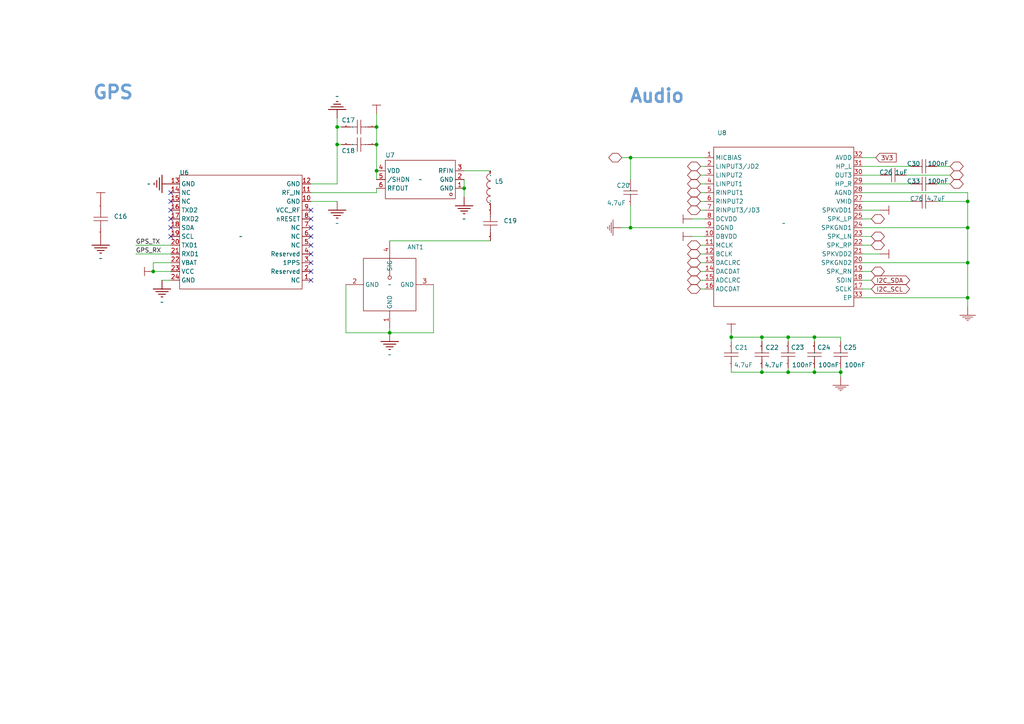
<source format=kicad_sch>
(kicad_sch
	(version 20231120)
	(generator "eeschema")
	(generator_version "8.0")
	(uuid "a09bce7d-4155-4352-b14f-ff2b69f66722")
	(paper "A4")
	(lib_symbols
		(symbol "5-Voltage_1"
			(power)
			(pin_numbers hide)
			(pin_names hide)
			(exclude_from_sim no)
			(in_bom yes)
			(on_board yes)
			(property "Reference" "#PWR"
				(at 0 0 0)
				(effects
					(font
						(size 1.27 1.27)
					)
					(hide yes)
				)
			)
			(property "Value" ""
				(at 0 3.81 0)
				(effects
					(font
						(size 1.27 1.27)
					)
				)
			)
			(property "Footprint" "ProDoc_Sch-easyedapro:"
				(at 0 0 0)
				(effects
					(font
						(size 1.27 1.27)
					)
					(hide yes)
				)
			)
			(property "Datasheet" ""
				(at 0 0 0)
				(effects
					(font
						(size 1.27 1.27)
					)
					(hide yes)
				)
			)
			(property "Description" "Power-5V"
				(at 0 0 0)
				(effects
					(font
						(size 1.27 1.27)
					)
					(hide yes)
				)
			)
			(symbol "5-Voltage_1_1_0"
				(polyline
					(pts
						(xy -1.27 2.54) (xy 1.27 2.54)
					)
					(stroke
						(width 0)
						(type default)
					)
					(fill
						(type none)
					)
				)
				(polyline
					(pts
						(xy 0 2.54) (xy 0 1.27)
					)
					(stroke
						(width 0)
						(type default)
					)
					(fill
						(type none)
					)
				)
				(pin power_in line
					(at 0 0 90)
					(length 1.27)
					(name "SYS_3V3"
						(effects
							(font
								(size 1.27 1.27)
							)
						)
					)
					(number "1"
						(effects
							(font
								(size 0.0254 0.0254)
							)
						)
					)
				)
			)
		)
		(symbol "ProDoc_Sch-easyedapro:100nF"
			(exclude_from_sim no)
			(in_bom yes)
			(on_board yes)
			(property "Reference" "C"
				(at 0 0 0)
				(effects
					(font
						(size 1.27 1.27)
					)
				)
			)
			(property "Value" ""
				(at 0 0 0)
				(effects
					(font
						(size 1.27 1.27)
					)
				)
			)
			(property "Footprint" "ProDoc_Sch-easyedapro:C0603"
				(at 0 0 0)
				(effects
					(font
						(size 1.27 1.27)
					)
					(hide yes)
				)
			)
			(property "Datasheet" ""
				(at 0 0 0)
				(effects
					(font
						(size 1.27 1.27)
					)
					(hide yes)
				)
			)
			(property "Description" ""
				(at 0 0 0)
				(effects
					(font
						(size 1.27 1.27)
					)
					(hide yes)
				)
			)
			(property "Manufacturer Part" "0603B104K500NT"
				(at 0 0 0)
				(effects
					(font
						(size 1.27 1.27)
					)
					(hide yes)
				)
			)
			(property "Manufacturer" "FH"
				(at 0 0 0)
				(effects
					(font
						(size 1.27 1.27)
					)
					(hide yes)
				)
			)
			(property "Supplier Part" "C30926"
				(at 0 0 0)
				(effects
					(font
						(size 1.27 1.27)
					)
					(hide yes)
				)
			)
			(property "Supplier" "LCSC"
				(at 0 0 0)
				(effects
					(font
						(size 1.27 1.27)
					)
					(hide yes)
				)
			)
			(symbol "100nF_1_0"
				(polyline
					(pts
						(xy -0.508 0) (xy -1.27 0)
					)
					(stroke
						(width 0)
						(type default)
					)
					(fill
						(type none)
					)
				)
				(polyline
					(pts
						(xy -0.508 2.032) (xy -0.508 -2.032)
					)
					(stroke
						(width 0)
						(type default)
					)
					(fill
						(type none)
					)
				)
				(polyline
					(pts
						(xy 0.508 2.032) (xy 0.508 -2.032)
					)
					(stroke
						(width 0)
						(type default)
					)
					(fill
						(type none)
					)
				)
				(polyline
					(pts
						(xy 1.27 0) (xy 0.508 0)
					)
					(stroke
						(width 0)
						(type default)
					)
					(fill
						(type none)
					)
				)
				(pin input line
					(at 3.81 0 180)
					(length 2.54)
					(name "1"
						(effects
							(font
								(size 0.0254 0.0254)
							)
						)
					)
					(number "1"
						(effects
							(font
								(size 0.0254 0.0254)
							)
						)
					)
				)
				(pin input line
					(at -3.81 0 0)
					(length 2.54)
					(name "2"
						(effects
							(font
								(size 0.0254 0.0254)
							)
						)
					)
					(number "2"
						(effects
							(font
								(size 0.0254 0.0254)
							)
						)
					)
				)
			)
		)
		(symbol "ProDoc_Sch-easyedapro:1uF"
			(exclude_from_sim no)
			(in_bom yes)
			(on_board yes)
			(property "Reference" "C"
				(at 0 0 0)
				(effects
					(font
						(size 1.27 1.27)
					)
				)
			)
			(property "Value" ""
				(at 0 0 0)
				(effects
					(font
						(size 1.27 1.27)
					)
				)
			)
			(property "Footprint" "ProDoc_Sch-easyedapro:C0603"
				(at 0 0 0)
				(effects
					(font
						(size 1.27 1.27)
					)
					(hide yes)
				)
			)
			(property "Datasheet" ""
				(at 0 0 0)
				(effects
					(font
						(size 1.27 1.27)
					)
					(hide yes)
				)
			)
			(property "Description" ""
				(at 0 0 0)
				(effects
					(font
						(size 1.27 1.27)
					)
					(hide yes)
				)
			)
			(property "Manufacturer Part" "CL10A105KA8NNNC"
				(at 0 0 0)
				(effects
					(font
						(size 1.27 1.27)
					)
					(hide yes)
				)
			)
			(property "Manufacturer" "SAMSUNG"
				(at 0 0 0)
				(effects
					(font
						(size 1.27 1.27)
					)
					(hide yes)
				)
			)
			(property "Supplier Part" "C5673"
				(at 0 0 0)
				(effects
					(font
						(size 1.27 1.27)
					)
					(hide yes)
				)
			)
			(property "Supplier" "LCSC"
				(at 0 0 0)
				(effects
					(font
						(size 1.27 1.27)
					)
					(hide yes)
				)
			)
			(symbol "1uF_1_0"
				(polyline
					(pts
						(xy -1.27 0) (xy -0.508 0)
					)
					(stroke
						(width 0)
						(type default)
					)
					(fill
						(type none)
					)
				)
				(polyline
					(pts
						(xy -0.508 2.032) (xy -0.508 -2.032)
					)
					(stroke
						(width 0)
						(type default)
					)
					(fill
						(type none)
					)
				)
				(polyline
					(pts
						(xy 0.508 0) (xy 1.27 0)
					)
					(stroke
						(width 0)
						(type default)
					)
					(fill
						(type none)
					)
				)
				(polyline
					(pts
						(xy 0.508 2.032) (xy 0.508 -2.032)
					)
					(stroke
						(width 0)
						(type default)
					)
					(fill
						(type none)
					)
				)
				(pin input line
					(at -3.81 0 0)
					(length 2.54)
					(name "1"
						(effects
							(font
								(size 0.0254 0.0254)
							)
						)
					)
					(number "1"
						(effects
							(font
								(size 0.0254 0.0254)
							)
						)
					)
				)
				(pin input line
					(at 3.81 0 180)
					(length 2.54)
					(name "2"
						(effects
							(font
								(size 0.0254 0.0254)
							)
						)
					)
					(number "2"
						(effects
							(font
								(size 0.0254 0.0254)
							)
						)
					)
				)
			)
		)
		(symbol "ProDoc_Sch-easyedapro:4.7uF"
			(exclude_from_sim no)
			(in_bom yes)
			(on_board yes)
			(property "Reference" "C"
				(at 0 0 0)
				(effects
					(font
						(size 1.27 1.27)
					)
				)
			)
			(property "Value" ""
				(at 0 0 0)
				(effects
					(font
						(size 1.27 1.27)
					)
				)
			)
			(property "Footprint" "ProDoc_Sch-easyedapro:C0603"
				(at 0 0 0)
				(effects
					(font
						(size 1.27 1.27)
					)
					(hide yes)
				)
			)
			(property "Datasheet" ""
				(at 0 0 0)
				(effects
					(font
						(size 1.27 1.27)
					)
					(hide yes)
				)
			)
			(property "Description" ""
				(at 0 0 0)
				(effects
					(font
						(size 1.27 1.27)
					)
					(hide yes)
				)
			)
			(property "Manufacturer Part" "CL10A475KA8NQNC"
				(at 0 0 0)
				(effects
					(font
						(size 1.27 1.27)
					)
					(hide yes)
				)
			)
			(property "Manufacturer" "SAMSUNG"
				(at 0 0 0)
				(effects
					(font
						(size 1.27 1.27)
					)
					(hide yes)
				)
			)
			(property "Supplier Part" "C69335"
				(at 0 0 0)
				(effects
					(font
						(size 1.27 1.27)
					)
					(hide yes)
				)
			)
			(property "Supplier" "LCSC"
				(at 0 0 0)
				(effects
					(font
						(size 1.27 1.27)
					)
					(hide yes)
				)
			)
			(symbol "4.7uF_1_0"
				(polyline
					(pts
						(xy -1.27 0) (xy -0.508 0)
					)
					(stroke
						(width 0)
						(type default)
					)
					(fill
						(type none)
					)
				)
				(polyline
					(pts
						(xy -0.508 2.032) (xy -0.508 -2.032)
					)
					(stroke
						(width 0)
						(type default)
					)
					(fill
						(type none)
					)
				)
				(polyline
					(pts
						(xy 0.508 0) (xy 1.27 0)
					)
					(stroke
						(width 0)
						(type default)
					)
					(fill
						(type none)
					)
				)
				(polyline
					(pts
						(xy 0.508 2.032) (xy 0.508 -2.032)
					)
					(stroke
						(width 0)
						(type default)
					)
					(fill
						(type none)
					)
				)
				(pin input line
					(at -3.81 0 0)
					(length 2.54)
					(name "1"
						(effects
							(font
								(size 0.0254 0.0254)
							)
						)
					)
					(number "1"
						(effects
							(font
								(size 0.0254 0.0254)
							)
						)
					)
				)
				(pin input line
					(at 3.81 0 180)
					(length 2.54)
					(name "2"
						(effects
							(font
								(size 0.0254 0.0254)
							)
						)
					)
					(number "2"
						(effects
							(font
								(size 0.0254 0.0254)
							)
						)
					)
				)
			)
		)
		(symbol "ProDoc_Sch-easyedapro:5-Voltage"
			(power)
			(pin_numbers hide)
			(pin_names hide)
			(exclude_from_sim no)
			(in_bom yes)
			(on_board yes)
			(property "Reference" "#PWR"
				(at 0 0 0)
				(effects
					(font
						(size 1.27 1.27)
					)
					(hide yes)
				)
			)
			(property "Value" ""
				(at 0 3.81 0)
				(effects
					(font
						(size 1.27 1.27)
					)
				)
			)
			(property "Footprint" "ProDoc_Sch-easyedapro:"
				(at 0 0 0)
				(effects
					(font
						(size 1.27 1.27)
					)
					(hide yes)
				)
			)
			(property "Datasheet" ""
				(at 0 0 0)
				(effects
					(font
						(size 1.27 1.27)
					)
					(hide yes)
				)
			)
			(property "Description" "Power-5V"
				(at 0 0 0)
				(effects
					(font
						(size 1.27 1.27)
					)
					(hide yes)
				)
			)
			(symbol "5-Voltage_1_0"
				(polyline
					(pts
						(xy -1.27 2.54) (xy 1.27 2.54)
					)
					(stroke
						(width 0)
						(type default)
					)
					(fill
						(type none)
					)
				)
				(polyline
					(pts
						(xy 0 2.54) (xy 0 1.27)
					)
					(stroke
						(width 0)
						(type default)
					)
					(fill
						(type none)
					)
				)
				(pin power_in line
					(at 0 0 90)
					(length 1.27)
					(name "3V3"
						(effects
							(font
								(size 1.27 1.27)
							)
						)
					)
					(number "1"
						(effects
							(font
								(size 0.0254 0.0254)
							)
						)
					)
				)
			)
		)
		(symbol "ProDoc_Sch-easyedapro:AT2659"
			(exclude_from_sim no)
			(in_bom yes)
			(on_board yes)
			(property "Reference" "U"
				(at 0 0 0)
				(effects
					(font
						(size 1.27 1.27)
					)
				)
			)
			(property "Value" ""
				(at 0 0 0)
				(effects
					(font
						(size 1.27 1.27)
					)
				)
			)
			(property "Footprint" "ProDoc_Sch-easyedapro:DFN-6_L1.6-W1.0-P0.55-BL"
				(at 0 0 0)
				(effects
					(font
						(size 1.27 1.27)
					)
					(hide yes)
				)
			)
			(property "Datasheet" "https://atta.szlcsc.com/upload/public/pdf/source/20170105/1483610792788.pdf"
				(at 0 0 0)
				(effects
					(font
						(size 1.27 1.27)
					)
					(hide yes)
				)
			)
			(property "Description" "电源电压:1.4V~3.6V;供电电流:4.3mA;"
				(at 0 0 0)
				(effects
					(font
						(size 1.27 1.27)
					)
					(hide yes)
				)
			)
			(property "Manufacturer Part" "AT2659"
				(at 0 0 0)
				(effects
					(font
						(size 1.27 1.27)
					)
					(hide yes)
				)
			)
			(property "Manufacturer" "杭州中科微"
				(at 0 0 0)
				(effects
					(font
						(size 1.27 1.27)
					)
					(hide yes)
				)
			)
			(property "Supplier Part" "C92450"
				(at 0 0 0)
				(effects
					(font
						(size 1.27 1.27)
					)
					(hide yes)
				)
			)
			(property "Supplier" "LCSC"
				(at 0 0 0)
				(effects
					(font
						(size 1.27 1.27)
					)
					(hide yes)
				)
			)
			(property "LCSC Part Name" "AT2659"
				(at 0 0 0)
				(effects
					(font
						(size 1.27 1.27)
					)
					(hide yes)
				)
			)
			(symbol "AT2659_1_0"
				(rectangle
					(start -10.16 -5.588)
					(end 10.16 5.588)
					(stroke
						(width 0)
						(type default)
					)
					(fill
						(type none)
					)
				)
				(circle
					(center -8.89 4.318)
					(radius 0.381)
					(stroke
						(width 0)
						(type default)
					)
					(fill
						(type none)
					)
				)
				(circle
					(center -8.89 4.318)
					(radius 0.381)
					(stroke
						(width 0)
						(type default)
					)
					(fill
						(type none)
					)
				)
				(pin input line
					(at -12.7 2.54 0)
					(length 2.54)
					(name "GND"
						(effects
							(font
								(size 1.27 1.27)
							)
						)
					)
					(number "1"
						(effects
							(font
								(size 1.27 1.27)
							)
						)
					)
				)
				(pin input line
					(at -12.7 0 0)
					(length 2.54)
					(name "GND"
						(effects
							(font
								(size 1.27 1.27)
							)
						)
					)
					(number "2"
						(effects
							(font
								(size 1.27 1.27)
							)
						)
					)
				)
				(pin input line
					(at -12.7 -2.54 0)
					(length 2.54)
					(name "RFIN"
						(effects
							(font
								(size 1.27 1.27)
							)
						)
					)
					(number "3"
						(effects
							(font
								(size 1.27 1.27)
							)
						)
					)
				)
				(pin input line
					(at 12.7 -2.54 180)
					(length 2.54)
					(name "VDD"
						(effects
							(font
								(size 1.27 1.27)
							)
						)
					)
					(number "4"
						(effects
							(font
								(size 1.27 1.27)
							)
						)
					)
				)
				(pin input line
					(at 12.7 0 180)
					(length 2.54)
					(name "/SHDN"
						(effects
							(font
								(size 1.27 1.27)
							)
						)
					)
					(number "5"
						(effects
							(font
								(size 1.27 1.27)
							)
						)
					)
				)
				(pin input line
					(at 12.7 2.54 180)
					(length 2.54)
					(name "RFOUT"
						(effects
							(font
								(size 1.27 1.27)
							)
						)
					)
					(number "6"
						(effects
							(font
								(size 1.27 1.27)
							)
						)
					)
				)
			)
		)
		(symbol "ProDoc_Sch-easyedapro:ATGM332D-5NR32"
			(exclude_from_sim no)
			(in_bom yes)
			(on_board yes)
			(property "Reference" "U"
				(at 0 0 0)
				(effects
					(font
						(size 1.27 1.27)
					)
				)
			)
			(property "Value" ""
				(at 0 0 0)
				(effects
					(font
						(size 1.27 1.27)
					)
				)
			)
			(property "Footprint" "ProDoc_Sch-easyedapro:GSM-SMD_ATGM332D-5N11"
				(at 0 0 0)
				(effects
					(font
						(size 1.27 1.27)
					)
					(hide yes)
				)
			)
			(property "Datasheet" "https://atta.szlcsc.com/upload/public/pdf/source/20220623/89B350A4689FD8DAA801C638D9ED4BB8.pdf"
				(at 0 0 0)
				(effects
					(font
						(size 1.27 1.27)
					)
					(hide yes)
				)
			)
			(property "Description" ""
				(at 0 0 0)
				(effects
					(font
						(size 1.27 1.27)
					)
					(hide yes)
				)
			)
			(property "Manufacturer Part" "ATGM332D-5NR32"
				(at 0 0 0)
				(effects
					(font
						(size 1.27 1.27)
					)
					(hide yes)
				)
			)
			(property "Manufacturer" "杭州中科微"
				(at 0 0 0)
				(effects
					(font
						(size 1.27 1.27)
					)
					(hide yes)
				)
			)
			(property "Supplier Part" "C3037611"
				(at 0 0 0)
				(effects
					(font
						(size 1.27 1.27)
					)
					(hide yes)
				)
			)
			(property "Supplier" "LCSC"
				(at 0 0 0)
				(effects
					(font
						(size 1.27 1.27)
					)
					(hide yes)
				)
			)
			(property "LCSC Part Name" "BDS/GNSS 全星座定位导航模块"
				(at 0 0 0)
				(effects
					(font
						(size 1.27 1.27)
					)
					(hide yes)
				)
			)
			(symbol "ATGM332D-5NR32_1_0"
				(rectangle
					(start -17.78 -15.24)
					(end 17.78 17.78)
					(stroke
						(width 0)
						(type default)
					)
					(fill
						(type none)
					)
				)
				(pin unspecified line
					(at 20.32 -12.7 180)
					(length 2.54)
					(name "NC"
						(effects
							(font
								(size 1.27 1.27)
							)
						)
					)
					(number "1"
						(effects
							(font
								(size 1.27 1.27)
							)
						)
					)
				)
				(pin unspecified line
					(at 20.32 10.16 180)
					(length 2.54)
					(name "GND"
						(effects
							(font
								(size 1.27 1.27)
							)
						)
					)
					(number "10"
						(effects
							(font
								(size 1.27 1.27)
							)
						)
					)
				)
				(pin unspecified line
					(at 20.32 12.7 180)
					(length 2.54)
					(name "RF_IN"
						(effects
							(font
								(size 1.27 1.27)
							)
						)
					)
					(number "11"
						(effects
							(font
								(size 1.27 1.27)
							)
						)
					)
				)
				(pin unspecified line
					(at 20.32 15.24 180)
					(length 2.54)
					(name "GND"
						(effects
							(font
								(size 1.27 1.27)
							)
						)
					)
					(number "12"
						(effects
							(font
								(size 1.27 1.27)
							)
						)
					)
				)
				(pin unspecified line
					(at -20.32 15.24 0)
					(length 2.54)
					(name "GND"
						(effects
							(font
								(size 1.27 1.27)
							)
						)
					)
					(number "13"
						(effects
							(font
								(size 1.27 1.27)
							)
						)
					)
				)
				(pin unspecified line
					(at -20.32 12.7 0)
					(length 2.54)
					(name "NC"
						(effects
							(font
								(size 1.27 1.27)
							)
						)
					)
					(number "14"
						(effects
							(font
								(size 1.27 1.27)
							)
						)
					)
				)
				(pin unspecified line
					(at -20.32 10.16 0)
					(length 2.54)
					(name "NC"
						(effects
							(font
								(size 1.27 1.27)
							)
						)
					)
					(number "15"
						(effects
							(font
								(size 1.27 1.27)
							)
						)
					)
				)
				(pin unspecified line
					(at -20.32 7.62 0)
					(length 2.54)
					(name "TXD2"
						(effects
							(font
								(size 1.27 1.27)
							)
						)
					)
					(number "16"
						(effects
							(font
								(size 1.27 1.27)
							)
						)
					)
				)
				(pin unspecified line
					(at -20.32 5.08 0)
					(length 2.54)
					(name "RXD2"
						(effects
							(font
								(size 1.27 1.27)
							)
						)
					)
					(number "17"
						(effects
							(font
								(size 1.27 1.27)
							)
						)
					)
				)
				(pin unspecified line
					(at -20.32 2.54 0)
					(length 2.54)
					(name "SDA"
						(effects
							(font
								(size 1.27 1.27)
							)
						)
					)
					(number "18"
						(effects
							(font
								(size 1.27 1.27)
							)
						)
					)
				)
				(pin unspecified line
					(at -20.32 0 0)
					(length 2.54)
					(name "SCL"
						(effects
							(font
								(size 1.27 1.27)
							)
						)
					)
					(number "19"
						(effects
							(font
								(size 1.27 1.27)
							)
						)
					)
				)
				(pin unspecified line
					(at 20.32 -10.16 180)
					(length 2.54)
					(name "Reserved"
						(effects
							(font
								(size 1.27 1.27)
							)
						)
					)
					(number "2"
						(effects
							(font
								(size 1.27 1.27)
							)
						)
					)
				)
				(pin unspecified line
					(at -20.32 -2.54 0)
					(length 2.54)
					(name "TXD1"
						(effects
							(font
								(size 1.27 1.27)
							)
						)
					)
					(number "20"
						(effects
							(font
								(size 1.27 1.27)
							)
						)
					)
				)
				(pin unspecified line
					(at -20.32 -5.08 0)
					(length 2.54)
					(name "RXD1"
						(effects
							(font
								(size 1.27 1.27)
							)
						)
					)
					(number "21"
						(effects
							(font
								(size 1.27 1.27)
							)
						)
					)
				)
				(pin unspecified line
					(at -20.32 -7.62 0)
					(length 2.54)
					(name "VBAT"
						(effects
							(font
								(size 1.27 1.27)
							)
						)
					)
					(number "22"
						(effects
							(font
								(size 1.27 1.27)
							)
						)
					)
				)
				(pin unspecified line
					(at -20.32 -10.16 0)
					(length 2.54)
					(name "VCC"
						(effects
							(font
								(size 1.27 1.27)
							)
						)
					)
					(number "23"
						(effects
							(font
								(size 1.27 1.27)
							)
						)
					)
				)
				(pin unspecified line
					(at -20.32 -12.7 0)
					(length 2.54)
					(name "GND"
						(effects
							(font
								(size 1.27 1.27)
							)
						)
					)
					(number "24"
						(effects
							(font
								(size 1.27 1.27)
							)
						)
					)
				)
				(pin unspecified line
					(at 20.32 -7.62 180)
					(length 2.54)
					(name "1PPS"
						(effects
							(font
								(size 1.27 1.27)
							)
						)
					)
					(number "3"
						(effects
							(font
								(size 1.27 1.27)
							)
						)
					)
				)
				(pin unspecified line
					(at 20.32 -5.08 180)
					(length 2.54)
					(name "Reserved"
						(effects
							(font
								(size 1.27 1.27)
							)
						)
					)
					(number "4"
						(effects
							(font
								(size 1.27 1.27)
							)
						)
					)
				)
				(pin unspecified line
					(at 20.32 -2.54 180)
					(length 2.54)
					(name "NC"
						(effects
							(font
								(size 1.27 1.27)
							)
						)
					)
					(number "5"
						(effects
							(font
								(size 1.27 1.27)
							)
						)
					)
				)
				(pin unspecified line
					(at 20.32 0 180)
					(length 2.54)
					(name "NC"
						(effects
							(font
								(size 1.27 1.27)
							)
						)
					)
					(number "6"
						(effects
							(font
								(size 1.27 1.27)
							)
						)
					)
				)
				(pin unspecified line
					(at 20.32 2.54 180)
					(length 2.54)
					(name "NC"
						(effects
							(font
								(size 1.27 1.27)
							)
						)
					)
					(number "7"
						(effects
							(font
								(size 1.27 1.27)
							)
						)
					)
				)
				(pin unspecified line
					(at 20.32 5.08 180)
					(length 2.54)
					(name "nRESET"
						(effects
							(font
								(size 1.27 1.27)
							)
						)
					)
					(number "8"
						(effects
							(font
								(size 1.27 1.27)
							)
						)
					)
				)
				(pin unspecified line
					(at 20.32 7.62 180)
					(length 2.54)
					(name "VCC_RF"
						(effects
							(font
								(size 1.27 1.27)
							)
						)
					)
					(number "9"
						(effects
							(font
								(size 1.27 1.27)
							)
						)
					)
				)
			)
		)
		(symbol "ProDoc_Sch-easyedapro:CapAcitance"
			(exclude_from_sim no)
			(in_bom yes)
			(on_board yes)
			(property "Reference" ""
				(at 0 0 0)
				(effects
					(font
						(size 1.27 1.27)
					)
				)
			)
			(property "Value" "100nF"
				(at 0 0 0)
				(effects
					(font
						(size 1.27 1.27)
					)
					(hide yes)
				)
			)
			(property "Footprint" "ProDoc_Sch-easyedapro:C0402"
				(at 0 0 0)
				(effects
					(font
						(size 1.27 1.27)
					)
					(hide yes)
				)
			)
			(property "Datasheet" ""
				(at 0 0 0)
				(effects
					(font
						(size 1.27 1.27)
					)
					(hide yes)
				)
			)
			(property "Description" ""
				(at 0 0 0)
				(effects
					(font
						(size 1.27 1.27)
					)
					(hide yes)
				)
			)
			(symbol "CapAcitance_1_0"
				(polyline
					(pts
						(xy -0.508 -2.032) (xy -0.508 2.032)
					)
					(stroke
						(width 0)
						(type default)
					)
					(fill
						(type none)
					)
				)
				(polyline
					(pts
						(xy -0.508 0) (xy -2.54 0)
					)
					(stroke
						(width 0)
						(type default)
					)
					(fill
						(type none)
					)
				)
				(polyline
					(pts
						(xy 0.508 2.032) (xy 0.508 -2.032)
					)
					(stroke
						(width 0)
						(type default)
					)
					(fill
						(type none)
					)
				)
				(polyline
					(pts
						(xy 2.54 0) (xy 0.508 0)
					)
					(stroke
						(width 0)
						(type default)
					)
					(fill
						(type none)
					)
				)
				(pin input line
					(at -5.08 0 0)
					(length 2.54)
					(name "1"
						(effects
							(font
								(size 0.0254 0.0254)
							)
						)
					)
					(number "1"
						(effects
							(font
								(size 0.0254 0.0254)
							)
						)
					)
				)
				(pin input line
					(at 5.08 0 180)
					(length 2.54)
					(name "2"
						(effects
							(font
								(size 0.0254 0.0254)
							)
						)
					)
					(number "2"
						(effects
							(font
								(size 0.0254 0.0254)
							)
						)
					)
				)
			)
		)
		(symbol "ProDoc_Sch-easyedapro:GND"
			(power)
			(pin_numbers hide)
			(pin_names hide)
			(exclude_from_sim no)
			(in_bom yes)
			(on_board yes)
			(property "Reference" "#PWR"
				(at 0 0 0)
				(effects
					(font
						(size 1.27 1.27)
					)
					(hide yes)
				)
			)
			(property "Value" "GND"
				(at 0 0 0)
				(effects
					(font
						(size 1.27 1.27)
					)
					(justify left bottom)
					(hide yes)
				)
			)
			(property "Footprint" "ProDoc_Sch-easyedapro:"
				(at 0 0 0)
				(effects
					(font
						(size 1.27 1.27)
					)
					(hide yes)
				)
			)
			(property "Datasheet" ""
				(at 0 0 0)
				(effects
					(font
						(size 1.27 1.27)
					)
					(hide yes)
				)
			)
			(property "Description" ""
				(at 0 0 0)
				(effects
					(font
						(size 1.27 1.27)
					)
					(hide yes)
				)
			)
			(symbol "GND_1_0"
				(polyline
					(pts
						(xy -2.286 -2.54) (xy 2.286 -2.54)
					)
					(stroke
						(width 0)
						(type default)
					)
					(fill
						(type none)
					)
				)
				(polyline
					(pts
						(xy -1.524 -3.048) (xy 1.524 -3.048)
					)
					(stroke
						(width 0)
						(type default)
					)
					(fill
						(type none)
					)
				)
				(polyline
					(pts
						(xy -0.762 -3.556) (xy 0.762 -3.556)
					)
					(stroke
						(width 0)
						(type default)
					)
					(fill
						(type none)
					)
				)
				(polyline
					(pts
						(xy -0.254 -4.064) (xy 0.254 -4.064)
					)
					(stroke
						(width 0)
						(type default)
					)
					(fill
						(type none)
					)
				)
				(polyline
					(pts
						(xy 0 -2.54) (xy 0 0)
					)
					(stroke
						(width 0)
						(type default)
					)
					(fill
						(type none)
					)
				)
				(pin power_in line
					(at 0 0 0)
					(length 0)
					(name ""
						(effects
							(font
								(size 1.27 1.27)
							)
						)
					)
					(number "1"
						(effects
							(font
								(size 0 0)
							)
						)
					)
				)
			)
		)
		(symbol "ProDoc_Sch-easyedapro:Ground-GND"
			(power)
			(pin_numbers hide)
			(pin_names hide)
			(exclude_from_sim no)
			(in_bom yes)
			(on_board yes)
			(property "Reference" "#PWR"
				(at 0 0 0)
				(effects
					(font
						(size 1.27 1.27)
					)
					(hide yes)
				)
			)
			(property "Value" ""
				(at 0 -6.35 0)
				(effects
					(font
						(size 1.27 1.27)
					)
					(hide yes)
				)
			)
			(property "Footprint" "ProDoc_Sch-easyedapro:"
				(at 0 0 0)
				(effects
					(font
						(size 1.27 1.27)
					)
					(hide yes)
				)
			)
			(property "Datasheet" ""
				(at 0 0 0)
				(effects
					(font
						(size 1.27 1.27)
					)
					(hide yes)
				)
			)
			(property "Description" ""
				(at 0 0 0)
				(effects
					(font
						(size 1.27 1.27)
					)
					(hide yes)
				)
			)
			(symbol "Ground-GND_1_0"
				(polyline
					(pts
						(xy -2.54 -2.54) (xy 2.54 -2.54)
					)
					(stroke
						(width 0.254)
						(type default)
					)
					(fill
						(type none)
					)
				)
				(polyline
					(pts
						(xy -1.778 -3.302) (xy 1.778 -3.302)
					)
					(stroke
						(width 0.254)
						(type default)
					)
					(fill
						(type none)
					)
				)
				(polyline
					(pts
						(xy -1.016 -4.064) (xy 1.016 -4.064)
					)
					(stroke
						(width 0.254)
						(type default)
					)
					(fill
						(type none)
					)
				)
				(polyline
					(pts
						(xy -0.254 -4.826) (xy 0.254 -4.826)
					)
					(stroke
						(width 0.254)
						(type default)
					)
					(fill
						(type none)
					)
				)
				(pin power_in line
					(at 0 0 270)
					(length 2.54)
					(name ""
						(effects
							(font
								(size 1.27 1.27)
							)
						)
					)
					(number "1"
						(effects
							(font
								(size 0.0254 0.0254)
							)
						)
					)
				)
			)
		)
		(symbol "ProDoc_Sch-easyedapro:IPX"
			(exclude_from_sim no)
			(in_bom yes)
			(on_board yes)
			(property "Reference" "ANT"
				(at 0 0 0)
				(effects
					(font
						(size 1.27 1.27)
					)
				)
			)
			(property "Value" ""
				(at 0 0 0)
				(effects
					(font
						(size 1.27 1.27)
					)
				)
			)
			(property "Footprint" "ProDoc_Sch-easyedapro:ANT-SMD_KH-IPEX-K501-29"
				(at 0 0 0)
				(effects
					(font
						(size 1.27 1.27)
					)
					(hide yes)
				)
			)
			(property "Datasheet" "https://atta.szlcsc.comnull"
				(at 0 0 0)
				(effects
					(font
						(size 1.27 1.27)
					)
					(hide yes)
				)
			)
			(property "Description" ""
				(at 0 0 0)
				(effects
					(font
						(size 1.27 1.27)
					)
					(hide yes)
				)
			)
			(property "Manufacturer Part" "IPX"
				(at 0 0 0)
				(effects
					(font
						(size 1.27 1.27)
					)
					(hide yes)
				)
			)
			(property "Supplier Part" "C9900014785"
				(at 0 0 0)
				(effects
					(font
						(size 1.27 1.27)
					)
					(hide yes)
				)
			)
			(property "Supplier" "LCSC"
				(at 0 0 0)
				(effects
					(font
						(size 1.27 1.27)
					)
					(hide yes)
				)
			)
			(property "LCSC Part Name" "IPX"
				(at 0 0 0)
				(effects
					(font
						(size 1.27 1.27)
					)
					(hide yes)
				)
			)
			(symbol "IPX_1_0"
				(rectangle
					(start -7.62 -7.62)
					(end 7.62 7.62)
					(stroke
						(width 0)
						(type default)
					)
					(fill
						(type none)
					)
				)
				(polyline
					(pts
						(xy 0 7.62) (xy 0 2.54)
					)
					(stroke
						(width 0)
						(type default)
					)
					(fill
						(type none)
					)
				)
				(circle
					(center 0 2.032)
					(radius 0.508)
					(stroke
						(width 0)
						(type default)
					)
					(fill
						(type none)
					)
				)
				(pin unspecified line
					(at 0 -12.7 90)
					(length 5.08)
					(name "GND"
						(effects
							(font
								(size 1.27 1.27)
							)
						)
					)
					(number "1"
						(effects
							(font
								(size 1.27 1.27)
							)
						)
					)
				)
				(pin unspecified line
					(at -12.7 0 0)
					(length 5.08)
					(name "GND"
						(effects
							(font
								(size 1.27 1.27)
							)
						)
					)
					(number "2"
						(effects
							(font
								(size 1.27 1.27)
							)
						)
					)
				)
				(pin unspecified line
					(at 12.7 0 180)
					(length 5.08)
					(name "GND"
						(effects
							(font
								(size 1.27 1.27)
							)
						)
					)
					(number "3"
						(effects
							(font
								(size 1.27 1.27)
							)
						)
					)
				)
				(pin unspecified line
					(at 0 12.7 270)
					(length 5.08)
					(name "SIG"
						(effects
							(font
								(size 1.27 1.27)
							)
						)
					)
					(number "4"
						(effects
							(font
								(size 1.27 1.27)
							)
						)
					)
				)
			)
		)
		(symbol "ProDoc_Sch-easyedapro:Power-VCC"
			(power)
			(pin_numbers hide)
			(pin_names hide)
			(exclude_from_sim no)
			(in_bom yes)
			(on_board yes)
			(property "Reference" "#PWR"
				(at 0 0 0)
				(effects
					(font
						(size 1.27 1.27)
					)
					(hide yes)
				)
			)
			(property "Value" ""
				(at 0 2.54 0)
				(effects
					(font
						(size 1.27 1.27)
					)
					(justify bottom)
				)
			)
			(property "Footprint" "ProDoc_Sch-easyedapro:"
				(at 0 0 0)
				(effects
					(font
						(size 1.27 1.27)
					)
					(hide yes)
				)
			)
			(property "Datasheet" ""
				(at 0 0 0)
				(effects
					(font
						(size 1.27 1.27)
					)
					(hide yes)
				)
			)
			(property "Description" ""
				(at 0 0 0)
				(effects
					(font
						(size 1.27 1.27)
					)
					(hide yes)
				)
			)
			(symbol "Power-VCC_1_0"
				(polyline
					(pts
						(xy -1.27 2.54) (xy 1.27 2.54)
					)
					(stroke
						(width 0)
						(type default)
					)
					(fill
						(type none)
					)
				)
				(polyline
					(pts
						(xy 0 2.54) (xy 0 1.27)
					)
					(stroke
						(width 0)
						(type default)
					)
					(fill
						(type none)
					)
				)
				(pin power_in line
					(at 0 0 90)
					(length 1.27)
					(name "3V3"
						(effects
							(font
								(size 1.27 1.27)
							)
						)
					)
					(number "1"
						(effects
							(font
								(size 0.0254 0.0254)
							)
						)
					)
				)
			)
		)
		(symbol "ProDoc_Sch-easyedapro:SDFL1608S100KTF"
			(exclude_from_sim no)
			(in_bom yes)
			(on_board yes)
			(property "Reference" "L"
				(at 0 0 0)
				(effects
					(font
						(size 1.27 1.27)
					)
				)
			)
			(property "Value" "10uH"
				(at 0 0 0)
				(effects
					(font
						(size 1.27 1.27)
					)
					(hide yes)
				)
			)
			(property "Footprint" "ProDoc_Sch-easyedapro:L0603"
				(at 0 0 0)
				(effects
					(font
						(size 1.27 1.27)
					)
					(hide yes)
				)
			)
			(property "Datasheet" ""
				(at 0 0 0)
				(effects
					(font
						(size 1.27 1.27)
					)
					(hide yes)
				)
			)
			(property "Description" ""
				(at 0 0 0)
				(effects
					(font
						(size 1.27 1.27)
					)
					(hide yes)
				)
			)
			(symbol "SDFL1608S100KTF_1_0"
				(polyline
					(pts
						(xy -4.2672 0) (xy -4.2164 0.4318) (xy -4.2164 0.4318) (xy -4.0132 0.7874) (xy -4.0132 0.7874)
						(xy -3.6576 1.016) (xy -3.6576 1.016) (xy -3.2512 1.0922) (xy -3.2512 1.0922) (xy -2.8702 1.016)
						(xy -2.8702 1.016) (xy -2.5146 0.7874) (xy -2.5146 0.7874) (xy -2.3114 0.4064) (xy -2.3114 0.4064)
						(xy -2.2606 0)
					)
					(stroke
						(width 0)
						(type default)
					)
					(fill
						(type none)
					)
				)
				(polyline
					(pts
						(xy -2.1082 0) (xy -2.0828 0.4318) (xy -2.0828 0.4318) (xy -1.8542 0.7874) (xy -1.8542 0.7874)
						(xy -1.524 1.016) (xy -1.524 1.016) (xy -1.1176 1.0922) (xy -1.1176 1.0922) (xy -0.7112 1.016)
						(xy -0.7112 1.016) (xy -0.3556 0.7874) (xy -0.3556 0.7874) (xy -0.1524 0.4318) (xy -0.1524 0.4318)
						(xy -0.1016 0)
					)
					(stroke
						(width 0)
						(type default)
					)
					(fill
						(type none)
					)
				)
				(polyline
					(pts
						(xy 0 0) (xy 0.0508 0.4318) (xy 0.0508 0.4318) (xy 0.2794 0.7874) (xy 0.2794 0.7874) (xy 0.6096 1.016)
						(xy 0.6096 1.016) (xy 1.016 1.0922) (xy 1.016 1.0922) (xy 1.4224 1.016) (xy 1.4224 1.016) (xy 1.7526 0.7874)
						(xy 1.7526 0.7874) (xy 1.9812 0.4318) (xy 1.9812 0.4318) (xy 2.032 0)
					)
					(stroke
						(width 0)
						(type default)
					)
					(fill
						(type none)
					)
				)
				(polyline
					(pts
						(xy 2.2098 0) (xy 2.2606 0.4064) (xy 2.2606 0.4064) (xy 2.4638 0.762) (xy 2.4638 0.762) (xy 2.8194 0.9906)
						(xy 2.8194 0.9906) (xy 3.2004 1.0922) (xy 3.2004 1.0922) (xy 3.6068 0.9906) (xy 3.6068 0.9906)
						(xy 3.9624 0.762) (xy 3.9624 0.762) (xy 4.1656 0.4064) (xy 4.1656 0.4064) (xy 4.2164 0)
					)
					(stroke
						(width 0)
						(type default)
					)
					(fill
						(type none)
					)
				)
				(pin unspecified line
					(at -5.08 0 0)
					(length 0.762)
					(name "1"
						(effects
							(font
								(size 0.0254 0.0254)
							)
						)
					)
					(number "1"
						(effects
							(font
								(size 0.0254 0.0254)
							)
						)
					)
				)
				(pin unspecified line
					(at 5.08 0 180)
					(length 0.762)
					(name "2"
						(effects
							(font
								(size 0.0254 0.0254)
							)
						)
					)
					(number "2"
						(effects
							(font
								(size 0.0254 0.0254)
							)
						)
					)
				)
			)
		)
		(symbol "ProDoc_Sch-easyedapro:VDD"
			(power)
			(pin_numbers hide)
			(pin_names hide)
			(exclude_from_sim no)
			(in_bom yes)
			(on_board yes)
			(property "Reference" "#PWR"
				(at 0 0 0)
				(effects
					(font
						(size 1.27 1.27)
					)
					(hide yes)
				)
			)
			(property "Value" "VDD"
				(at 0 0 0)
				(effects
					(font
						(size 1.27 1.27)
					)
					(justify left bottom)
					(hide yes)
				)
			)
			(property "Footprint" "ProDoc_Sch-easyedapro:"
				(at 0 0 0)
				(effects
					(font
						(size 1.27 1.27)
					)
					(hide yes)
				)
			)
			(property "Datasheet" ""
				(at 0 0 0)
				(effects
					(font
						(size 1.27 1.27)
					)
					(hide yes)
				)
			)
			(property "Description" ""
				(at 0 0 0)
				(effects
					(font
						(size 1.27 1.27)
					)
					(hide yes)
				)
			)
			(symbol "VDD_1_0"
				(polyline
					(pts
						(xy -1.27 2.54) (xy 1.27 2.54)
					)
					(stroke
						(width 0)
						(type default)
					)
					(fill
						(type none)
					)
				)
				(polyline
					(pts
						(xy 0 2.54) (xy 0 0)
					)
					(stroke
						(width 0)
						(type default)
					)
					(fill
						(type none)
					)
				)
				(pin power_in line
					(at 0 0 0)
					(length 0)
					(name ""
						(effects
							(font
								(size 1.27 1.27)
							)
						)
					)
					(number "1"
						(effects
							(font
								(size 0 0)
							)
						)
					)
				)
			)
		)
		(symbol "ProDoc_Sch-easyedapro:WM8960CGEFL/RV"
			(exclude_from_sim no)
			(in_bom yes)
			(on_board yes)
			(property "Reference" "U"
				(at 0 0 0)
				(effects
					(font
						(size 1.27 1.27)
					)
				)
			)
			(property "Value" ""
				(at 0 0 0)
				(effects
					(font
						(size 1.27 1.27)
					)
				)
			)
			(property "Footprint" "ProDoc_Sch-easyedapro:QFN-32_L5.0-W5.0-P0.50-TL-EP"
				(at 0 0 0)
				(effects
					(font
						(size 1.27 1.27)
					)
					(hide yes)
				)
			)
			(property "Datasheet" ""
				(at 0 0 0)
				(effects
					(font
						(size 1.27 1.27)
					)
					(hide yes)
				)
			)
			(property "Description" ""
				(at 0 0 0)
				(effects
					(font
						(size 1.27 1.27)
					)
					(hide yes)
				)
			)
			(property "Manufacturer Part" "WM8960CGEFL/RV"
				(at 0 0 0)
				(effects
					(font
						(size 1.27 1.27)
					)
					(hide yes)
				)
			)
			(property "Manufacturer" "WOLFSON"
				(at 0 0 0)
				(effects
					(font
						(size 1.27 1.27)
					)
					(hide yes)
				)
			)
			(property "Supplier Part" "C18752"
				(at 0 0 0)
				(effects
					(font
						(size 1.27 1.27)
					)
					(hide yes)
				)
			)
			(property "Supplier" "LCSC"
				(at 0 0 0)
				(effects
					(font
						(size 1.27 1.27)
					)
					(hide yes)
				)
			)
			(symbol "WM8960CGEFL/RV_1_0"
				(rectangle
					(start -20.32 -24.13)
					(end 20.32 22.098)
					(stroke
						(width 0)
						(type default)
					)
					(fill
						(type none)
					)
				)
				(pin unspecified line
					(at -22.86 19.05 0)
					(length 2.54)
					(name "MICBIAS"
						(effects
							(font
								(size 1.27 1.27)
							)
						)
					)
					(number "1"
						(effects
							(font
								(size 1.27 1.27)
							)
						)
					)
				)
				(pin unspecified line
					(at -22.86 -3.81 0)
					(length 2.54)
					(name "DBVDD"
						(effects
							(font
								(size 1.27 1.27)
							)
						)
					)
					(number "10"
						(effects
							(font
								(size 1.27 1.27)
							)
						)
					)
				)
				(pin unspecified line
					(at -22.86 -6.35 0)
					(length 2.54)
					(name "MCLK"
						(effects
							(font
								(size 1.27 1.27)
							)
						)
					)
					(number "11"
						(effects
							(font
								(size 1.27 1.27)
							)
						)
					)
				)
				(pin unspecified line
					(at -22.86 -8.89 0)
					(length 2.54)
					(name "BCLK"
						(effects
							(font
								(size 1.27 1.27)
							)
						)
					)
					(number "12"
						(effects
							(font
								(size 1.27 1.27)
							)
						)
					)
				)
				(pin unspecified line
					(at -22.86 -11.43 0)
					(length 2.54)
					(name "DACLRC"
						(effects
							(font
								(size 1.27 1.27)
							)
						)
					)
					(number "13"
						(effects
							(font
								(size 1.27 1.27)
							)
						)
					)
				)
				(pin unspecified line
					(at -22.86 -13.97 0)
					(length 2.54)
					(name "DACDAT"
						(effects
							(font
								(size 1.27 1.27)
							)
						)
					)
					(number "14"
						(effects
							(font
								(size 1.27 1.27)
							)
						)
					)
				)
				(pin unspecified line
					(at -22.86 -16.51 0)
					(length 2.54)
					(name "ADCLRC"
						(effects
							(font
								(size 1.27 1.27)
							)
						)
					)
					(number "15"
						(effects
							(font
								(size 1.27 1.27)
							)
						)
					)
				)
				(pin unspecified line
					(at -22.86 -19.05 0)
					(length 2.54)
					(name "ADCDAT"
						(effects
							(font
								(size 1.27 1.27)
							)
						)
					)
					(number "16"
						(effects
							(font
								(size 1.27 1.27)
							)
						)
					)
				)
				(pin unspecified line
					(at 22.86 -19.05 180)
					(length 2.54)
					(name "SCLK"
						(effects
							(font
								(size 1.27 1.27)
							)
						)
					)
					(number "17"
						(effects
							(font
								(size 1.27 1.27)
							)
						)
					)
				)
				(pin unspecified line
					(at 22.86 -16.51 180)
					(length 2.54)
					(name "SDIN"
						(effects
							(font
								(size 1.27 1.27)
							)
						)
					)
					(number "18"
						(effects
							(font
								(size 1.27 1.27)
							)
						)
					)
				)
				(pin unspecified line
					(at 22.86 -13.97 180)
					(length 2.54)
					(name "SPK_RN"
						(effects
							(font
								(size 1.27 1.27)
							)
						)
					)
					(number "19"
						(effects
							(font
								(size 1.27 1.27)
							)
						)
					)
				)
				(pin unspecified line
					(at -22.86 16.51 0)
					(length 2.54)
					(name "LINPUT3/JD2"
						(effects
							(font
								(size 1.27 1.27)
							)
						)
					)
					(number "2"
						(effects
							(font
								(size 1.27 1.27)
							)
						)
					)
				)
				(pin unspecified line
					(at 22.86 -11.43 180)
					(length 2.54)
					(name "SPKGND2"
						(effects
							(font
								(size 1.27 1.27)
							)
						)
					)
					(number "20"
						(effects
							(font
								(size 1.27 1.27)
							)
						)
					)
				)
				(pin unspecified line
					(at 22.86 -8.89 180)
					(length 2.54)
					(name "SPKVDD2"
						(effects
							(font
								(size 1.27 1.27)
							)
						)
					)
					(number "21"
						(effects
							(font
								(size 1.27 1.27)
							)
						)
					)
				)
				(pin unspecified line
					(at 22.86 -6.35 180)
					(length 2.54)
					(name "SPK_RP"
						(effects
							(font
								(size 1.27 1.27)
							)
						)
					)
					(number "22"
						(effects
							(font
								(size 1.27 1.27)
							)
						)
					)
				)
				(pin unspecified line
					(at 22.86 -3.81 180)
					(length 2.54)
					(name "SPK_LN"
						(effects
							(font
								(size 1.27 1.27)
							)
						)
					)
					(number "23"
						(effects
							(font
								(size 1.27 1.27)
							)
						)
					)
				)
				(pin unspecified line
					(at 22.86 -1.27 180)
					(length 2.54)
					(name "SPKGND1"
						(effects
							(font
								(size 1.27 1.27)
							)
						)
					)
					(number "24"
						(effects
							(font
								(size 1.27 1.27)
							)
						)
					)
				)
				(pin unspecified line
					(at 22.86 1.27 180)
					(length 2.54)
					(name "SPK_LP"
						(effects
							(font
								(size 1.27 1.27)
							)
						)
					)
					(number "25"
						(effects
							(font
								(size 1.27 1.27)
							)
						)
					)
				)
				(pin unspecified line
					(at 22.86 3.81 180)
					(length 2.54)
					(name "SPKVDD1"
						(effects
							(font
								(size 1.27 1.27)
							)
						)
					)
					(number "26"
						(effects
							(font
								(size 1.27 1.27)
							)
						)
					)
				)
				(pin unspecified line
					(at 22.86 6.35 180)
					(length 2.54)
					(name "VMID"
						(effects
							(font
								(size 1.27 1.27)
							)
						)
					)
					(number "27"
						(effects
							(font
								(size 1.27 1.27)
							)
						)
					)
				)
				(pin unspecified line
					(at 22.86 8.89 180)
					(length 2.54)
					(name "AGND"
						(effects
							(font
								(size 1.27 1.27)
							)
						)
					)
					(number "28"
						(effects
							(font
								(size 1.27 1.27)
							)
						)
					)
				)
				(pin unspecified line
					(at 22.86 11.43 180)
					(length 2.54)
					(name "HP_R"
						(effects
							(font
								(size 1.27 1.27)
							)
						)
					)
					(number "29"
						(effects
							(font
								(size 1.27 1.27)
							)
						)
					)
				)
				(pin unspecified line
					(at -22.86 13.97 0)
					(length 2.54)
					(name "LINPUT2"
						(effects
							(font
								(size 1.27 1.27)
							)
						)
					)
					(number "3"
						(effects
							(font
								(size 1.27 1.27)
							)
						)
					)
				)
				(pin unspecified line
					(at 22.86 13.97 180)
					(length 2.54)
					(name "OUT3"
						(effects
							(font
								(size 1.27 1.27)
							)
						)
					)
					(number "30"
						(effects
							(font
								(size 1.27 1.27)
							)
						)
					)
				)
				(pin unspecified line
					(at 22.86 16.51 180)
					(length 2.54)
					(name "HP_L"
						(effects
							(font
								(size 1.27 1.27)
							)
						)
					)
					(number "31"
						(effects
							(font
								(size 1.27 1.27)
							)
						)
					)
				)
				(pin unspecified line
					(at 22.86 19.05 180)
					(length 2.54)
					(name "AVDD"
						(effects
							(font
								(size 1.27 1.27)
							)
						)
					)
					(number "32"
						(effects
							(font
								(size 1.27 1.27)
							)
						)
					)
				)
				(pin unspecified line
					(at 22.86 -21.59 180)
					(length 2.54)
					(name "EP"
						(effects
							(font
								(size 1.27 1.27)
							)
						)
					)
					(number "33"
						(effects
							(font
								(size 1.27 1.27)
							)
						)
					)
				)
				(pin unspecified line
					(at -22.86 11.43 0)
					(length 2.54)
					(name "LINPUT1"
						(effects
							(font
								(size 1.27 1.27)
							)
						)
					)
					(number "4"
						(effects
							(font
								(size 1.27 1.27)
							)
						)
					)
				)
				(pin unspecified line
					(at -22.86 8.89 0)
					(length 2.54)
					(name "RINPUT1"
						(effects
							(font
								(size 1.27 1.27)
							)
						)
					)
					(number "5"
						(effects
							(font
								(size 1.27 1.27)
							)
						)
					)
				)
				(pin unspecified line
					(at -22.86 6.35 0)
					(length 2.54)
					(name "RINPUT2"
						(effects
							(font
								(size 1.27 1.27)
							)
						)
					)
					(number "6"
						(effects
							(font
								(size 1.27 1.27)
							)
						)
					)
				)
				(pin unspecified line
					(at -22.86 3.81 0)
					(length 2.54)
					(name "RINPUT3/JD3"
						(effects
							(font
								(size 1.27 1.27)
							)
						)
					)
					(number "7"
						(effects
							(font
								(size 1.27 1.27)
							)
						)
					)
				)
				(pin unspecified line
					(at -22.86 1.27 0)
					(length 2.54)
					(name "DCVDD"
						(effects
							(font
								(size 1.27 1.27)
							)
						)
					)
					(number "8"
						(effects
							(font
								(size 1.27 1.27)
							)
						)
					)
				)
				(pin unspecified line
					(at -22.86 -1.27 0)
					(length 2.54)
					(name "DGND"
						(effects
							(font
								(size 1.27 1.27)
							)
						)
					)
					(number "9"
						(effects
							(font
								(size 1.27 1.27)
							)
						)
					)
				)
			)
		)
	)
	(junction
		(at 220.98 97.79)
		(diameter 0)
		(color 0 0 0 0)
		(uuid "007acd9f-d720-4ee9-8227-4fe107de4b80")
	)
	(junction
		(at 44.45 78.74)
		(diameter 0)
		(color 0 0 0 0)
		(uuid "1133c089-e824-463f-8979-d55982a1cbb4")
	)
	(junction
		(at 113.03 96.52)
		(diameter 0)
		(color 0 0 0 0)
		(uuid "1f3e51ba-5c36-4a6f-b9d1-5c0a4b3317b7")
	)
	(junction
		(at 228.6 107.95)
		(diameter 0)
		(color 0 0 0 0)
		(uuid "20d8553b-2075-4aa4-adba-1e10c7b76d3f")
	)
	(junction
		(at 109.22 41.9354)
		(diameter 0)
		(color 0 0 0 0)
		(uuid "21cbf2ad-8149-4f2d-9ed3-b3c611a16a48")
	)
	(junction
		(at 109.22 49.53)
		(diameter 0)
		(color 0 0 0 0)
		(uuid "2440624e-4d7e-456d-aa12-a7e4c06de42e")
	)
	(junction
		(at 280.67 76.2)
		(diameter 0)
		(color 0 0 0 0)
		(uuid "37006917-7d01-4a6a-b59b-782b3a2c8fe7")
	)
	(junction
		(at 228.6 97.79)
		(diameter 0)
		(color 0 0 0 0)
		(uuid "3f524159-25ba-4680-8a6c-071abf05220c")
	)
	(junction
		(at 182.88 66.04)
		(diameter 0)
		(color 0 0 0 0)
		(uuid "46e46a58-6104-4415-85a5-18c32b433c27")
	)
	(junction
		(at 212.09 97.79)
		(diameter 0)
		(color 0 0 0 0)
		(uuid "631b5dbf-6ff1-4f79-903f-e7de93d7faba")
	)
	(junction
		(at 243.84 107.95)
		(diameter 0)
		(color 0 0 0 0)
		(uuid "7492bec6-becf-4478-8a95-de56c3918532")
	)
	(junction
		(at 280.67 66.04)
		(diameter 0)
		(color 0 0 0 0)
		(uuid "76915244-28d1-4dcf-a799-1d6960a9fbd1")
	)
	(junction
		(at 236.22 97.79)
		(diameter 0)
		(color 0 0 0 0)
		(uuid "859d44b0-0159-4218-9096-d36d1d92422e")
	)
	(junction
		(at 97.79 41.91)
		(diameter 0)
		(color 0 0 0 0)
		(uuid "9ba81513-4bbd-40da-8eb7-4dbb72ee0387")
	)
	(junction
		(at 220.98 107.95)
		(diameter 0)
		(color 0 0 0 0)
		(uuid "9d3a320a-853b-4098-859a-fe826c44faff")
	)
	(junction
		(at 109.22 36.83)
		(diameter 0)
		(color 0 0 0 0)
		(uuid "b2b6bb2d-de1f-40c3-908f-b90103f32556")
	)
	(junction
		(at 280.67 58.42)
		(diameter 0)
		(color 0 0 0 0)
		(uuid "b43742dc-d34c-4a24-8f02-5f29aa6d765d")
	)
	(junction
		(at 134.62 54.61)
		(diameter 0)
		(color 0 0 0 0)
		(uuid "bfe2b01d-fa38-4fc2-a034-d21219b543a9")
	)
	(junction
		(at 97.79 36.83)
		(diameter 0)
		(color 0 0 0 0)
		(uuid "d655f851-1b30-4a20-990a-ce2e8f2c2be2")
	)
	(junction
		(at 280.67 86.36)
		(diameter 0)
		(color 0 0 0 0)
		(uuid "e4f3626a-8898-4032-8158-9db775d4827e")
	)
	(junction
		(at 182.88 45.72)
		(diameter 0)
		(color 0 0 0 0)
		(uuid "f0dfafea-1f93-4c99-9297-94fcaad8e81c")
	)
	(junction
		(at 236.22 107.95)
		(diameter 0)
		(color 0 0 0 0)
		(uuid "f8678ef5-31e0-428b-b84a-c9c4d111c4eb")
	)
	(no_connect
		(at 90.17 73.66)
		(uuid "0b5be120-205d-4fab-9a9f-ab8c86dd7362")
	)
	(no_connect
		(at 49.53 63.5)
		(uuid "0d7e6fe9-16df-49e5-93fe-bcd4c4cbfa0d")
	)
	(no_connect
		(at 90.17 71.12)
		(uuid "15a15a8c-b10c-4821-a014-5914b63630e4")
	)
	(no_connect
		(at 90.17 81.28)
		(uuid "3c109865-d2cb-497d-8a16-69dcc6e669a0")
	)
	(no_connect
		(at 90.17 68.58)
		(uuid "4e179b5f-504d-4d55-be17-8ae3c0a5f33e")
	)
	(no_connect
		(at 49.53 58.42)
		(uuid "6c4b82b8-85fa-4730-98aa-edc82ae8f817")
	)
	(no_connect
		(at 90.17 76.2)
		(uuid "89e3b98c-2253-4187-9af2-06664892256e")
	)
	(no_connect
		(at 49.53 68.58)
		(uuid "9ab2cb0a-bb67-4f96-925f-caa900d4576f")
	)
	(no_connect
		(at 90.17 78.74)
		(uuid "a9e1bde1-2a76-4f94-a705-2faf3fd788df")
	)
	(no_connect
		(at 49.53 66.04)
		(uuid "af700937-b9e7-4a5c-b287-d6d1855df182")
	)
	(no_connect
		(at 90.17 60.96)
		(uuid "cf9253de-0241-4135-b77e-1f05f58264a2")
	)
	(no_connect
		(at 90.17 63.5)
		(uuid "d48f1eae-212c-43ec-9434-72286df28803")
	)
	(no_connect
		(at 90.17 66.04)
		(uuid "e89480d5-b177-45ac-a68b-a5e91f6c9279")
	)
	(no_connect
		(at 49.53 55.88)
		(uuid "f0b57c68-c989-4a22-8b72-c625c31e3f6d")
	)
	(no_connect
		(at 49.53 60.96)
		(uuid "f4f98a6a-67b1-4066-abd4-01267465d0b0")
	)
	(wire
		(pts
			(xy 212.09 99.06) (xy 212.09 97.79)
		)
		(stroke
			(width 0)
			(type default)
		)
		(uuid "02183084-cb5d-41ad-b695-7a58f10bc2ae")
	)
	(wire
		(pts
			(xy 125.73 96.52) (xy 125.73 82.55)
		)
		(stroke
			(width 0)
			(type default)
		)
		(uuid "05141c68-a732-4ea5-ab14-a5dc89f45522")
	)
	(wire
		(pts
			(xy 275.59 53.34) (xy 271.78 53.34)
		)
		(stroke
			(width 0)
			(type default)
		)
		(uuid "074bb705-8039-487e-aa77-3a9d56fa15ca")
	)
	(wire
		(pts
			(xy 243.84 107.95) (xy 243.84 109.22)
		)
		(stroke
			(width 0)
			(type default)
		)
		(uuid "07606df3-27f3-4a2e-96ef-323e38204462")
	)
	(wire
		(pts
			(xy 113.03 69.85) (xy 142.24 69.85)
		)
		(stroke
			(width 0)
			(type default)
		)
		(uuid "08290bdb-1f78-4698-8300-8a598b727849")
	)
	(wire
		(pts
			(xy 182.88 66.04) (xy 180.34 66.04)
		)
		(stroke
			(width 0)
			(type default)
		)
		(uuid "0b6ec5ce-3606-4d5b-8684-52bc7eccf510")
	)
	(wire
		(pts
			(xy 97.79 41.91) (xy 99.06 41.91)
		)
		(stroke
			(width 0)
			(type default)
		)
		(uuid "0e41959d-a879-41aa-96ba-404a27f69125")
	)
	(wire
		(pts
			(xy 212.09 97.79) (xy 212.09 96.52)
		)
		(stroke
			(width 0)
			(type default)
		)
		(uuid "0ea0a7aa-0fb8-4a15-a85f-60b02f642702")
	)
	(wire
		(pts
			(xy 280.67 58.42) (xy 280.67 55.88)
		)
		(stroke
			(width 0)
			(type default)
		)
		(uuid "1217d43c-59be-473d-a99b-7d1e83fe209c")
	)
	(wire
		(pts
			(xy 182.88 45.72) (xy 182.88 52.07)
		)
		(stroke
			(width 0)
			(type default)
		)
		(uuid "14a068ce-116d-45fc-b0ca-f96d275e6fe5")
	)
	(wire
		(pts
			(xy 203.2 53.34) (xy 204.47 53.34)
		)
		(stroke
			(width 0)
			(type default)
		)
		(uuid "15c6c907-a9dc-4504-b213-c659721bc68e")
	)
	(wire
		(pts
			(xy 39.37 73.66) (xy 49.53 73.66)
		)
		(stroke
			(width 0)
			(type default)
		)
		(uuid "16568a39-9468-414f-8773-05f6b908c396")
	)
	(wire
		(pts
			(xy 204.47 68.58) (xy 200.66 68.58)
		)
		(stroke
			(width 0)
			(type default)
		)
		(uuid "18ca98eb-6d2c-403a-9c3c-7316e9a92c9a")
	)
	(wire
		(pts
			(xy 97.79 36.83) (xy 97.79 34.29)
		)
		(stroke
			(width 0)
			(type default)
		)
		(uuid "192f21b3-34d9-443e-a160-9fa1d505b9ea")
	)
	(wire
		(pts
			(xy 280.67 58.42) (xy 271.78 58.42)
		)
		(stroke
			(width 0)
			(type default)
		)
		(uuid "1a012292-ef84-407a-beca-291e293b9a7f")
	)
	(wire
		(pts
			(xy 203.2 50.8) (xy 204.47 50.8)
		)
		(stroke
			(width 0)
			(type default)
		)
		(uuid "1e3930f7-e073-43bc-b6ce-4f3b88f751d7")
	)
	(wire
		(pts
			(xy 236.22 97.79) (xy 243.84 97.79)
		)
		(stroke
			(width 0)
			(type default)
		)
		(uuid "271d8082-d787-4fcb-a8bd-3a69d85c18e0")
	)
	(wire
		(pts
			(xy 220.98 97.79) (xy 228.6 97.79)
		)
		(stroke
			(width 0)
			(type default)
		)
		(uuid "2ab7bba6-bb27-43fb-96e3-ce2beaeb4d17")
	)
	(wire
		(pts
			(xy 228.6 107.95) (xy 220.98 107.95)
		)
		(stroke
			(width 0)
			(type default)
		)
		(uuid "2c6f3723-c1fa-4000-ba52-5d89fbf567fc")
	)
	(wire
		(pts
			(xy 203.2 60.96) (xy 204.47 60.96)
		)
		(stroke
			(width 0)
			(type default)
		)
		(uuid "2e72a199-0b40-4d1f-adcc-e9b8fcfd2a23")
	)
	(wire
		(pts
			(xy 275.59 50.8) (xy 262.89 50.8)
		)
		(stroke
			(width 0)
			(type default)
		)
		(uuid "32a58abc-8170-4f84-aa2b-e8b8b0ae098f")
	)
	(wire
		(pts
			(xy 220.98 97.79) (xy 220.98 99.06)
		)
		(stroke
			(width 0)
			(type default)
		)
		(uuid "39577f38-1cf7-480f-8196-361cd0465e83")
	)
	(wire
		(pts
			(xy 236.22 107.95) (xy 236.22 106.68)
		)
		(stroke
			(width 0)
			(type default)
		)
		(uuid "3990a8b5-efc9-4c5f-be4c-004eeae7ecd3")
	)
	(wire
		(pts
			(xy 220.98 107.95) (xy 212.09 107.95)
		)
		(stroke
			(width 0)
			(type default)
		)
		(uuid "3b76c077-e127-492b-b6b6-a9f86ce91b4d")
	)
	(wire
		(pts
			(xy 182.88 45.72) (xy 204.47 45.72)
		)
		(stroke
			(width 0)
			(type default)
		)
		(uuid "44c25bec-69c4-4341-aece-7658b9ebc5e8")
	)
	(wire
		(pts
			(xy 254 45.72) (xy 250.19 45.72)
		)
		(stroke
			(width 0)
			(type default)
		)
		(uuid "452a16a4-e9ef-4d26-9470-d0593916e4f1")
	)
	(wire
		(pts
			(xy 252.73 71.12) (xy 250.19 71.12)
		)
		(stroke
			(width 0)
			(type default)
		)
		(uuid "462b6b55-53ad-4afe-af0d-017808a285c7")
	)
	(wire
		(pts
			(xy 203.2 55.88) (xy 204.47 55.88)
		)
		(stroke
			(width 0)
			(type default)
		)
		(uuid "47dd119e-60ff-4416-86b3-b6d893150d2b")
	)
	(wire
		(pts
			(xy 255.27 60.96) (xy 250.19 60.96)
		)
		(stroke
			(width 0)
			(type default)
		)
		(uuid "49dd680c-62d4-4042-9eb5-290b055856a7")
	)
	(wire
		(pts
			(xy 275.59 48.26) (xy 271.78 48.26)
		)
		(stroke
			(width 0)
			(type default)
		)
		(uuid "4ef04e03-296f-408b-bbba-22cc6f984dc6")
	)
	(wire
		(pts
			(xy 97.79 41.91) (xy 97.79 53.34)
		)
		(stroke
			(width 0)
			(type default)
		)
		(uuid "513b1518-121b-43f8-981c-cbeab115bc11")
	)
	(wire
		(pts
			(xy 250.19 58.42) (xy 264.16 58.42)
		)
		(stroke
			(width 0)
			(type default)
		)
		(uuid "518d373c-3a50-4a0d-8717-23d8f7720e10")
	)
	(wire
		(pts
			(xy 280.67 66.04) (xy 250.19 66.04)
		)
		(stroke
			(width 0)
			(type default)
		)
		(uuid "520743f3-47db-4cc2-8b10-b445505d1142")
	)
	(wire
		(pts
			(xy 203.2 73.66) (xy 204.47 73.66)
		)
		(stroke
			(width 0)
			(type default)
		)
		(uuid "554dc341-9c60-4828-996d-1ed7122c59e2")
	)
	(wire
		(pts
			(xy 49.53 78.74) (xy 44.45 78.74)
		)
		(stroke
			(width 0)
			(type default)
		)
		(uuid "5765f63e-b7d6-443e-9189-cd450401e81a")
	)
	(wire
		(pts
			(xy 113.03 95.25) (xy 113.03 96.52)
		)
		(stroke
			(width 0)
			(type default)
		)
		(uuid "58985688-740d-448b-8bac-7e7f2e2db87b")
	)
	(wire
		(pts
			(xy 228.6 97.79) (xy 228.6 99.06)
		)
		(stroke
			(width 0)
			(type default)
		)
		(uuid "5a5e15e2-dddc-4387-99cf-f294fda3ef2e")
	)
	(wire
		(pts
			(xy 180.34 45.72) (xy 182.88 45.72)
		)
		(stroke
			(width 0)
			(type default)
		)
		(uuid "5bdeaa5c-de0f-46ca-9000-452487619b73")
	)
	(wire
		(pts
			(xy 228.6 107.95) (xy 228.6 106.68)
		)
		(stroke
			(width 0)
			(type default)
		)
		(uuid "5be202b9-651c-4464-ad05-b5b81d84d60f")
	)
	(wire
		(pts
			(xy 280.67 76.2) (xy 280.67 66.04)
		)
		(stroke
			(width 0)
			(type default)
		)
		(uuid "6293011f-3b9a-4703-a052-fee90f0e872a")
	)
	(wire
		(pts
			(xy 49.53 76.2) (xy 44.45 76.2)
		)
		(stroke
			(width 0)
			(type default)
		)
		(uuid "629ec250-c2ae-413f-93b3-56b9dd4788a5")
	)
	(wire
		(pts
			(xy 49.53 81.28) (xy 46.99 81.28)
		)
		(stroke
			(width 0)
			(type default)
		)
		(uuid "657dcd24-6552-4fe4-a007-787f234eb28f")
	)
	(wire
		(pts
			(xy 109.22 36.83) (xy 109.22 41.9354)
		)
		(stroke
			(width 0)
			(type default)
		)
		(uuid "6c0d34ca-97cd-4ea8-99ef-8bdadcb8dcca")
	)
	(wire
		(pts
			(xy 203.2 58.42) (xy 204.47 58.42)
		)
		(stroke
			(width 0)
			(type default)
		)
		(uuid "6df75ede-03a1-4a7b-89a8-8096d4a15a92")
	)
	(wire
		(pts
			(xy 97.79 58.42) (xy 90.17 58.42)
		)
		(stroke
			(width 0)
			(type default)
		)
		(uuid "7348fcd2-8129-4df3-85ed-4947aa421b90")
	)
	(wire
		(pts
			(xy 243.84 106.68) (xy 243.84 107.95)
		)
		(stroke
			(width 0)
			(type default)
		)
		(uuid "7723cd46-fabb-4147-8c9f-4ddf36acfd9e")
	)
	(wire
		(pts
			(xy 203.2 48.26) (xy 204.47 48.26)
		)
		(stroke
			(width 0)
			(type default)
		)
		(uuid "7fd77a63-d2fe-4998-97fa-b28919ba3146")
	)
	(wire
		(pts
			(xy 280.67 88.9) (xy 280.67 86.36)
		)
		(stroke
			(width 0)
			(type default)
		)
		(uuid "82154fb3-a02b-4243-9817-b073ac150dec")
	)
	(wire
		(pts
			(xy 252.73 83.82) (xy 250.19 83.82)
		)
		(stroke
			(width 0)
			(type default)
		)
		(uuid "82fbdd7f-fe44-438a-9e7f-7efd71d6977b")
	)
	(wire
		(pts
			(xy 280.67 86.36) (xy 280.67 76.2)
		)
		(stroke
			(width 0)
			(type default)
		)
		(uuid "8569eb6d-22ba-4e6c-b9b9-739678e66adc")
	)
	(wire
		(pts
			(xy 182.88 66.04) (xy 182.88 59.69)
		)
		(stroke
			(width 0)
			(type default)
		)
		(uuid "89e82513-a006-44d4-a867-de031b33e6a6")
	)
	(wire
		(pts
			(xy 212.09 97.79) (xy 220.98 97.79)
		)
		(stroke
			(width 0)
			(type default)
		)
		(uuid "8d09b8fa-06ff-41b2-9e5c-ab401c99905b")
	)
	(wire
		(pts
			(xy 264.16 48.26) (xy 250.19 48.26)
		)
		(stroke
			(width 0)
			(type default)
		)
		(uuid "910eab91-850b-4c63-bbc7-35eefde5f125")
	)
	(wire
		(pts
			(xy 125.73 96.52) (xy 113.03 96.52)
		)
		(stroke
			(width 0)
			(type default)
		)
		(uuid "91d9cb1b-c634-46b0-a89d-dd1b545f15a1")
	)
	(wire
		(pts
			(xy 280.67 66.04) (xy 280.67 58.42)
		)
		(stroke
			(width 0)
			(type default)
		)
		(uuid "954253b8-fb64-4116-bf32-a2fe5b2c00db")
	)
	(wire
		(pts
			(xy 90.17 53.34) (xy 97.79 53.34)
		)
		(stroke
			(width 0)
			(type default)
		)
		(uuid "970753ce-6d26-4fad-8465-3b4f9c40dfc5")
	)
	(wire
		(pts
			(xy 228.6 97.79) (xy 236.22 97.79)
		)
		(stroke
			(width 0)
			(type default)
		)
		(uuid "985e8e29-267e-4cda-8a3f-ea6b8fe2dd76")
	)
	(wire
		(pts
			(xy 142.24 49.53) (xy 134.62 49.53)
		)
		(stroke
			(width 0)
			(type default)
		)
		(uuid "99298fbb-0839-435e-a932-705b0992a7fc")
	)
	(wire
		(pts
			(xy 203.2 71.12) (xy 204.47 71.12)
		)
		(stroke
			(width 0)
			(type default)
		)
		(uuid "9a7569a4-6274-4d22-86c9-85d92d10a4ba")
	)
	(wire
		(pts
			(xy 250.19 76.2) (xy 280.67 76.2)
		)
		(stroke
			(width 0)
			(type default)
		)
		(uuid "9ccf6d56-3c09-44db-900f-fe96f8908ff6")
	)
	(wire
		(pts
			(xy 236.22 107.95) (xy 228.6 107.95)
		)
		(stroke
			(width 0)
			(type default)
		)
		(uuid "9d203f76-a45e-4060-8e49-8a8c37b6863a")
	)
	(wire
		(pts
			(xy 255.27 50.8) (xy 250.19 50.8)
		)
		(stroke
			(width 0)
			(type default)
		)
		(uuid "9f6f77f7-c5c9-4c71-abe5-bea500c1f4e4")
	)
	(wire
		(pts
			(xy 134.62 57.15) (xy 134.62 54.61)
		)
		(stroke
			(width 0)
			(type default)
		)
		(uuid "a1d81f36-0d07-44ad-92bd-c8bd993f6b7d")
	)
	(wire
		(pts
			(xy 109.22 33.02) (xy 109.22 36.83)
		)
		(stroke
			(width 0)
			(type default)
		)
		(uuid "a21e1262-cc95-48ec-a429-ca51fc7df414")
	)
	(wire
		(pts
			(xy 109.22 49.53) (xy 109.22 41.9354)
		)
		(stroke
			(width 0)
			(type default)
		)
		(uuid "a359dd44-e3ee-4a5c-8bfd-dfba1816c5c6")
	)
	(wire
		(pts
			(xy 252.73 63.5) (xy 250.19 63.5)
		)
		(stroke
			(width 0)
			(type default)
		)
		(uuid "aaeb5028-f841-4f93-94aa-700639de4f8c")
	)
	(wire
		(pts
			(xy 203.2 78.74) (xy 204.47 78.74)
		)
		(stroke
			(width 0)
			(type default)
		)
		(uuid "b21ffa72-6b3b-44d9-8a29-b1731d4f6cbb")
	)
	(wire
		(pts
			(xy 243.84 97.79) (xy 243.84 99.06)
		)
		(stroke
			(width 0)
			(type default)
		)
		(uuid "b3592c1a-2a72-47dd-994f-0d3076ba524c")
	)
	(wire
		(pts
			(xy 90.17 55.88) (xy 109.22 55.88)
		)
		(stroke
			(width 0)
			(type default)
		)
		(uuid "b5f92029-8357-4589-9fc6-41229881f7a7")
	)
	(wire
		(pts
			(xy 203.2 76.2) (xy 204.47 76.2)
		)
		(stroke
			(width 0)
			(type default)
		)
		(uuid "ba085d95-4005-4e7e-9211-a8169a6c36a3")
	)
	(wire
		(pts
			(xy 204.47 66.04) (xy 182.88 66.04)
		)
		(stroke
			(width 0)
			(type default)
		)
		(uuid "bb53d5cc-5594-4072-89b5-310a9ef90bd9")
	)
	(wire
		(pts
			(xy 100.33 96.52) (xy 100.33 82.55)
		)
		(stroke
			(width 0)
			(type default)
		)
		(uuid "bc06ec39-618a-49a0-a097-b729f48a541e")
	)
	(wire
		(pts
			(xy 203.2 83.82) (xy 204.47 83.82)
		)
		(stroke
			(width 0)
			(type default)
		)
		(uuid "bdf6dfac-3972-4e13-b44f-dba88c9d8d47")
	)
	(wire
		(pts
			(xy 203.2 81.28) (xy 204.47 81.28)
		)
		(stroke
			(width 0)
			(type default)
		)
		(uuid "bebafda0-af30-45d1-86ef-e46f9ad6d3f0")
	)
	(wire
		(pts
			(xy 280.67 55.88) (xy 250.19 55.88)
		)
		(stroke
			(width 0)
			(type default)
		)
		(uuid "c06acede-4517-43a6-9bef-faacb79f5db5")
	)
	(wire
		(pts
			(xy 255.27 73.66) (xy 250.19 73.66)
		)
		(stroke
			(width 0)
			(type default)
		)
		(uuid "c35904ad-01ef-450d-a18c-1a9e1e47ba58")
	)
	(wire
		(pts
			(xy 109.22 52.07) (xy 109.22 49.53)
		)
		(stroke
			(width 0)
			(type default)
		)
		(uuid "c6394325-71a1-4037-a32f-f2cfd0e96bd0")
	)
	(wire
		(pts
			(xy 100.33 96.52) (xy 113.03 96.52)
		)
		(stroke
			(width 0)
			(type default)
		)
		(uuid "d0f6b087-e5a2-4edc-be0f-1409ea44635b")
	)
	(wire
		(pts
			(xy 252.73 68.58) (xy 250.19 68.58)
		)
		(stroke
			(width 0)
			(type default)
		)
		(uuid "d5567f88-30b5-49ee-9211-ca10da2bcf01")
	)
	(wire
		(pts
			(xy 264.16 53.34) (xy 250.19 53.34)
		)
		(stroke
			(width 0)
			(type default)
		)
		(uuid "d66f6f90-ce72-42d7-9cf9-214e00dd946f")
	)
	(wire
		(pts
			(xy 97.79 36.83) (xy 97.79 41.91)
		)
		(stroke
			(width 0)
			(type default)
		)
		(uuid "d8d1d247-c38b-4740-952f-af2b0529b454")
	)
	(wire
		(pts
			(xy 280.67 86.36) (xy 250.19 86.36)
		)
		(stroke
			(width 0)
			(type default)
		)
		(uuid "d8ea713d-fb79-4929-abd9-300c6b1dfada")
	)
	(wire
		(pts
			(xy 39.37 71.12) (xy 49.53 71.12)
		)
		(stroke
			(width 0)
			(type default)
		)
		(uuid "dd151f80-50e9-4771-85ce-3856f0f5eec9")
	)
	(wire
		(pts
			(xy 212.09 107.95) (xy 212.09 106.68)
		)
		(stroke
			(width 0)
			(type default)
		)
		(uuid "dd5a3df8-c732-464f-b3d0-c1414dc4bf38")
	)
	(wire
		(pts
			(xy 97.79 36.83) (xy 99.06 36.83)
		)
		(stroke
			(width 0)
			(type default)
		)
		(uuid "de40f125-daa3-483c-a18d-9a748b962ac5")
	)
	(wire
		(pts
			(xy 243.84 107.95) (xy 236.22 107.95)
		)
		(stroke
			(width 0)
			(type default)
		)
		(uuid "e05c382d-f6f7-4a01-a492-b1149381af2a")
	)
	(wire
		(pts
			(xy 252.73 78.74) (xy 250.19 78.74)
		)
		(stroke
			(width 0)
			(type default)
		)
		(uuid "e39d4bca-ff7b-418c-af1b-8b4a67a0e03b")
	)
	(wire
		(pts
			(xy 204.47 63.5) (xy 200.66 63.5)
		)
		(stroke
			(width 0)
			(type default)
		)
		(uuid "e7aa4680-07e0-44b9-ae79-acb00135abdb")
	)
	(wire
		(pts
			(xy 134.62 54.61) (xy 134.62 52.07)
		)
		(stroke
			(width 0)
			(type default)
		)
		(uuid "ec578770-274f-447c-84f3-6ee186076d25")
	)
	(wire
		(pts
			(xy 109.22 55.88) (xy 109.22 54.61)
		)
		(stroke
			(width 0)
			(type default)
		)
		(uuid "ee5a7673-5ffa-420f-9da7-207dd4b9f53b")
	)
	(wire
		(pts
			(xy 220.98 107.95) (xy 220.98 106.68)
		)
		(stroke
			(width 0)
			(type default)
		)
		(uuid "f0dc52ee-4e78-4451-86c2-97363da9b2da")
	)
	(wire
		(pts
			(xy 252.73 81.28) (xy 250.19 81.28)
		)
		(stroke
			(width 0)
			(type default)
		)
		(uuid "f81c2671-acb1-431d-a8e0-6916a522a8ec")
	)
	(wire
		(pts
			(xy 44.45 76.2) (xy 44.45 78.74)
		)
		(stroke
			(width 0)
			(type default)
		)
		(uuid "fac2831b-5e05-41f4-9aa9-6ff9beaeed48")
	)
	(wire
		(pts
			(xy 236.22 97.79) (xy 236.22 99.06)
		)
		(stroke
			(width 0)
			(type default)
		)
		(uuid "fc1b37f2-e7a2-41f0-8092-d28b565db6c6")
	)
	(text "GPS"
		(exclude_from_sim no)
		(at 26.67 29.21 0)
		(effects
			(font
				(size 3.81 3.81)
				(thickness 0.762)
				(bold yes)
				(color 102 153 204 1)
			)
			(justify left bottom)
		)
		(uuid "bfb9e6c0-16f1-4ec5-a324-716e4b5e643a")
	)
	(text "Audio\n"
		(exclude_from_sim no)
		(at 182.372 30.226 0)
		(effects
			(font
				(size 3.81 3.81)
				(thickness 0.762)
				(bold yes)
				(color 102 153 204 1)
			)
			(justify left bottom)
		)
		(uuid "dd679969-b9ba-4680-a7a6-a0a7323207ae")
	)
	(label "GPS_TX"
		(at 39.37 71.12 0)
		(fields_autoplaced yes)
		(effects
			(font
				(size 1.27 1.27)
			)
			(justify left bottom)
		)
		(uuid "0243b058-97b5-47fb-ad67-4b39a5b0cc9d")
	)
	(label ""
		(at 138.43 49.53 90)
		(fields_autoplaced yes)
		(effects
			(font
				(size 1.27 1.27)
			)
			(justify left bottom)
		)
		(uuid "7dca06d6-8b97-4bd1-93b3-fec69dc55ac3")
	)
	(label "GPS_RX"
		(at 39.37 73.66 0)
		(fields_autoplaced yes)
		(effects
			(font
				(size 1.27 1.27)
			)
			(justify left bottom)
		)
		(uuid "a647767e-ffc5-497a-8750-3c83f05a6010")
	)
	(global_label ""
		(shape bidirectional)
		(at 203.2 60.96 180)
		(effects
			(font
				(size 1.27 1.27)
			)
			(justify right)
		)
		(uuid "05bec943-947c-413b-a533-50cdd52a5b5e")
		(property "Intersheetrefs" "${INTERSHEET_REFS}"
			(at 203.2 60.96 0)
			(effects
				(font
					(size 1.27 1.27)
				)
				(hide yes)
			)
		)
	)
	(global_label "I2C_SCL"
		(shape bidirectional)
		(at 252.73 83.82 0)
		(effects
			(font
				(size 1.27 1.27)
			)
			(justify left)
		)
		(uuid "0f075b4d-f464-4c1d-a900-5b3ad47c111b")
		(property "Intersheetrefs" "${INTERSHEET_REFS}"
			(at 252.73 83.82 0)
			(effects
				(font
					(size 1.27 1.27)
				)
				(hide yes)
			)
		)
	)
	(global_label "3V3"
		(shape input)
		(at 254 45.72 0)
		(effects
			(font
				(size 1.27 1.27)
			)
			(justify left)
		)
		(uuid "226a76c7-1a03-4705-b7d0-b83c7cd36e2d")
		(property "Intersheetrefs" "${INTERSHEET_REFS}"
			(at 254 45.72 0)
			(effects
				(font
					(size 1.27 1.27)
				)
				(hide yes)
			)
		)
	)
	(global_label ""
		(shape bidirectional)
		(at 203.2 71.12 180)
		(effects
			(font
				(size 1.27 1.27)
			)
			(justify right)
		)
		(uuid "2c555f90-5e41-4158-9026-00a2feca063d")
		(property "Intersheetrefs" "${INTERSHEET_REFS}"
			(at 203.2 71.12 0)
			(effects
				(font
					(size 1.27 1.27)
				)
				(hide yes)
			)
		)
	)
	(global_label ""
		(shape bidirectional)
		(at 275.59 50.8 0)
		(effects
			(font
				(size 1.27 1.27)
			)
			(justify left)
		)
		(uuid "3e8ca19e-54fd-4f68-9495-acd5f813ef1d")
		(property "Intersheetrefs" "${INTERSHEET_REFS}"
			(at 275.59 50.8 0)
			(effects
				(font
					(size 1.27 1.27)
				)
				(hide yes)
			)
		)
	)
	(global_label ""
		(shape bidirectional)
		(at 252.73 68.58 0)
		(effects
			(font
				(size 1.27 1.27)
			)
			(justify left)
		)
		(uuid "3eee1221-4be5-47ca-b146-1040df8a0022")
		(property "Intersheetrefs" "${INTERSHEET_REFS}"
			(at 252.73 68.58 0)
			(effects
				(font
					(size 1.27 1.27)
				)
				(hide yes)
			)
		)
	)
	(global_label ""
		(shape bidirectional)
		(at 203.2 78.74 180)
		(effects
			(font
				(size 1.27 1.27)
			)
			(justify right)
		)
		(uuid "547156f9-499a-4593-9611-da78d6f34e80")
		(property "Intersheetrefs" "${INTERSHEET_REFS}"
			(at 203.2 78.74 0)
			(effects
				(font
					(size 1.27 1.27)
				)
				(hide yes)
			)
		)
	)
	(global_label ""
		(shape bidirectional)
		(at 203.2 58.42 180)
		(effects
			(font
				(size 1.27 1.27)
			)
			(justify right)
		)
		(uuid "57665746-be64-48fc-8c10-3e6882719494")
		(property "Intersheetrefs" "${INTERSHEET_REFS}"
			(at 203.2 58.42 0)
			(effects
				(font
					(size 1.27 1.27)
				)
				(hide yes)
			)
		)
	)
	(global_label ""
		(shape bidirectional)
		(at 203.2 83.82 180)
		(effects
			(font
				(size 1.27 1.27)
			)
			(justify right)
		)
		(uuid "58df86e9-3dc1-4c45-ae03-64a8147542e1")
		(property "Intersheetrefs" "${INTERSHEET_REFS}"
			(at 203.2 83.82 0)
			(effects
				(font
					(size 1.27 1.27)
				)
				(hide yes)
			)
		)
	)
	(global_label ""
		(shape bidirectional)
		(at 203.2 73.66 180)
		(effects
			(font
				(size 1.27 1.27)
			)
			(justify right)
		)
		(uuid "6a4f10d5-11cf-494e-a65c-259cad76177a")
		(property "Intersheetrefs" "${INTERSHEET_REFS}"
			(at 203.2 73.66 0)
			(effects
				(font
					(size 1.27 1.27)
				)
				(hide yes)
			)
		)
	)
	(global_label ""
		(shape bidirectional)
		(at 203.2 50.8 180)
		(effects
			(font
				(size 1.27 1.27)
			)
			(justify right)
		)
		(uuid "8b602ab5-a36e-4f87-9909-3de835ba739d")
		(property "Intersheetrefs" "${INTERSHEET_REFS}"
			(at 203.2 50.8 0)
			(effects
				(font
					(size 1.27 1.27)
				)
				(hide yes)
			)
		)
	)
	(global_label ""
		(shape bidirectional)
		(at 203.2 55.88 180)
		(effects
			(font
				(size 1.27 1.27)
			)
			(justify right)
		)
		(uuid "91d249c2-a69e-4a37-a257-5c9f05a1dfc8")
		(property "Intersheetrefs" "${INTERSHEET_REFS}"
			(at 203.2 55.88 0)
			(effects
				(font
					(size 1.27 1.27)
				)
				(hide yes)
			)
		)
	)
	(global_label ""
		(shape bidirectional)
		(at 203.2 76.2 180)
		(effects
			(font
				(size 1.27 1.27)
			)
			(justify right)
		)
		(uuid "97ffbb12-9ceb-43a5-80f8-c604ed6f0e7d")
		(property "Intersheetrefs" "${INTERSHEET_REFS}"
			(at 203.2 76.2 0)
			(effects
				(font
					(size 1.27 1.27)
				)
				(hide yes)
			)
		)
	)
	(global_label ""
		(shape bidirectional)
		(at 252.73 78.74 0)
		(effects
			(font
				(size 1.27 1.27)
			)
			(justify left)
		)
		(uuid "99cf9dcf-00bc-45ab-9e4c-b6e13c7efae6")
		(property "Intersheetrefs" "${INTERSHEET_REFS}"
			(at 252.73 78.74 0)
			(effects
				(font
					(size 1.27 1.27)
				)
				(hide yes)
			)
		)
	)
	(global_label ""
		(shape bidirectional)
		(at 180.34 45.72 180)
		(effects
			(font
				(size 1.27 1.27)
			)
			(justify right)
		)
		(uuid "b036338f-8cbb-4869-85ce-e5f33d81c6f7")
		(property "Intersheetrefs" "${INTERSHEET_REFS}"
			(at 180.34 45.72 0)
			(effects
				(font
					(size 1.27 1.27)
				)
				(hide yes)
			)
		)
	)
	(global_label ""
		(shape bidirectional)
		(at 252.73 63.5 0)
		(effects
			(font
				(size 1.27 1.27)
			)
			(justify left)
		)
		(uuid "b53b0f28-c4e4-4e58-b3a2-9b8016de4925")
		(property "Intersheetrefs" "${INTERSHEET_REFS}"
			(at 252.73 63.5 0)
			(effects
				(font
					(size 1.27 1.27)
				)
				(hide yes)
			)
		)
	)
	(global_label ""
		(shape bidirectional)
		(at 275.59 53.34 0)
		(effects
			(font
				(size 1.27 1.27)
			)
			(justify left)
		)
		(uuid "b935e933-d97e-447a-a6c9-c51bd375d2eb")
		(property "Intersheetrefs" "${INTERSHEET_REFS}"
			(at 275.59 53.34 0)
			(effects
				(font
					(size 1.27 1.27)
				)
				(hide yes)
			)
		)
	)
	(global_label ""
		(shape bidirectional)
		(at 203.2 81.28 180)
		(effects
			(font
				(size 1.27 1.27)
			)
			(justify right)
		)
		(uuid "ceea64a3-abb1-4299-9238-502b78d501fc")
		(property "Intersheetrefs" "${INTERSHEET_REFS}"
			(at 203.2 81.28 0)
			(effects
				(font
					(size 1.27 1.27)
				)
				(hide yes)
			)
		)
	)
	(global_label "I2C_SDA"
		(shape bidirectional)
		(at 252.73 81.28 0)
		(effects
			(font
				(size 1.27 1.27)
			)
			(justify left)
		)
		(uuid "d0bc4a9a-fc37-4d4a-bbe0-e655f7a9a29f")
		(property "Intersheetrefs" "${INTERSHEET_REFS}"
			(at 252.73 81.28 0)
			(effects
				(font
					(size 1.27 1.27)
				)
				(hide yes)
			)
		)
	)
	(global_label ""
		(shape bidirectional)
		(at 203.2 53.34 180)
		(effects
			(font
				(size 1.27 1.27)
			)
			(justify right)
		)
		(uuid "e4de4327-0170-4a74-bf99-1befd017df05")
		(property "Intersheetrefs" "${INTERSHEET_REFS}"
			(at 203.2 53.34 0)
			(effects
				(font
					(size 1.27 1.27)
				)
				(hide yes)
			)
		)
	)
	(global_label ""
		(shape bidirectional)
		(at 275.59 48.26 0)
		(effects
			(font
				(size 1.27 1.27)
			)
			(justify left)
		)
		(uuid "e785c2c8-1a31-403b-8dff-a61acaa53b0d")
		(property "Intersheetrefs" "${INTERSHEET_REFS}"
			(at 275.59 48.26 0)
			(effects
				(font
					(size 1.27 1.27)
				)
				(hide yes)
			)
		)
	)
	(global_label ""
		(shape bidirectional)
		(at 252.73 71.12 0)
		(effects
			(font
				(size 1.27 1.27)
			)
			(justify left)
		)
		(uuid "fb094f17-4c70-44ab-89d4-d677a728a6e4")
		(property "Intersheetrefs" "${INTERSHEET_REFS}"
			(at 252.73 71.12 0)
			(effects
				(font
					(size 1.27 1.27)
				)
				(hide yes)
			)
		)
	)
	(global_label ""
		(shape bidirectional)
		(at 203.2 48.26 180)
		(effects
			(font
				(size 1.27 1.27)
			)
			(justify right)
		)
		(uuid "fd63bb87-1e61-443d-b0f8-25d4832ae7eb")
		(property "Intersheetrefs" "${INTERSHEET_REFS}"
			(at 203.2 48.26 0)
			(effects
				(font
					(size 1.27 1.27)
				)
				(hide yes)
			)
		)
	)
	(symbol
		(lib_id "ProDoc_Sch-easyedapro:Ground-GND")
		(at 113.03 96.52 0)
		(unit 1)
		(exclude_from_sim no)
		(in_bom yes)
		(on_board yes)
		(dnp no)
		(uuid "012b409c-7d4c-4e4b-b64d-f99ea49442bd")
		(property "Reference" "#PWR075"
			(at 113.03 96.52 0)
			(effects
				(font
					(size 1.27 1.27)
				)
				(hide yes)
			)
		)
		(property "Value" "~"
			(at 113.03 102.87 0)
			(effects
				(font
					(size 1.27 1.27)
				)
			)
		)
		(property "Footprint" "ProDoc_Sch-easyedapro:"
			(at 113.03 96.52 0)
			(effects
				(font
					(size 1.27 1.27)
				)
				(hide yes)
			)
		)
		(property "Datasheet" ""
			(at 113.03 96.52 0)
			(effects
				(font
					(size 1.27 1.27)
				)
				(hide yes)
			)
		)
		(property "Description" ""
			(at 113.03 96.52 0)
			(effects
				(font
					(size 1.27 1.27)
				)
				(hide yes)
			)
		)
		(pin "1"
			(uuid "abac70ca-3885-4091-8eb1-aea865290b60")
		)
		(instances
			(project "skateboard"
				(path "/5cdb5c16-5e05-458b-86f0-906cf8114d7e/93df4dbe-6b68-4446-8795-6d4c035f014d"
					(reference "#PWR075")
					(unit 1)
				)
			)
		)
	)
	(symbol
		(lib_id "ProDoc_Sch-easyedapro:Ground-GND")
		(at 46.99 81.28 0)
		(unit 1)
		(exclude_from_sim no)
		(in_bom yes)
		(on_board yes)
		(dnp no)
		(uuid "040b2c37-d1de-41ff-bcd4-1c3e1d084f9f")
		(property "Reference" "#PWR070"
			(at 46.99 81.28 0)
			(effects
				(font
					(size 1.27 1.27)
				)
				(hide yes)
			)
		)
		(property "Value" "~"
			(at 46.99 87.63 0)
			(effects
				(font
					(size 1.27 1.27)
				)
			)
		)
		(property "Footprint" "ProDoc_Sch-easyedapro:"
			(at 46.99 81.28 0)
			(effects
				(font
					(size 1.27 1.27)
				)
				(hide yes)
			)
		)
		(property "Datasheet" ""
			(at 46.99 81.28 0)
			(effects
				(font
					(size 1.27 1.27)
				)
				(hide yes)
			)
		)
		(property "Description" ""
			(at 46.99 81.28 0)
			(effects
				(font
					(size 1.27 1.27)
				)
				(hide yes)
			)
		)
		(pin "1"
			(uuid "edb1599b-e4d5-4adc-a22b-0ae71cd96952")
		)
		(instances
			(project "skateboard"
				(path "/5cdb5c16-5e05-458b-86f0-906cf8114d7e/93df4dbe-6b68-4446-8795-6d4c035f014d"
					(reference "#PWR070")
					(unit 1)
				)
			)
		)
	)
	(symbol
		(lib_id "ProDoc_Sch-easyedapro:CapAcitance")
		(at 142.24 64.77 90)
		(unit 1)
		(exclude_from_sim no)
		(in_bom yes)
		(on_board yes)
		(dnp no)
		(uuid "04d2f5cb-41f0-4b33-88ad-7d5932a78315")
		(property "Reference" "C19"
			(at 146.05 64.77 90)
			(effects
				(font
					(size 1.27 1.27)
				)
				(justify right top)
			)
		)
		(property "Value" "470pF"
			(at 142.24 64.77 90)
			(effects
				(font
					(size 1.27 1.27)
				)
				(justify right top)
				(hide yes)
			)
		)
		(property "Footprint" "ProDoc_Sch-easyedapro:C0402"
			(at 142.24 64.77 0)
			(effects
				(font
					(size 1.27 1.27)
				)
				(hide yes)
			)
		)
		(property "Datasheet" ""
			(at 142.24 64.77 0)
			(effects
				(font
					(size 1.27 1.27)
				)
				(hide yes)
			)
		)
		(property "Description" ""
			(at 142.24 64.77 0)
			(effects
				(font
					(size 1.27 1.27)
				)
				(hide yes)
			)
		)
		(pin "1"
			(uuid "788da31c-5303-4534-a344-45b0a06ff846")
		)
		(pin "2"
			(uuid "4d0b61df-d663-4cce-b9ab-7d2cb4d5169a")
		)
		(instances
			(project "skateboard"
				(path "/5cdb5c16-5e05-458b-86f0-906cf8114d7e/93df4dbe-6b68-4446-8795-6d4c035f014d"
					(reference "C19")
					(unit 1)
				)
			)
		)
	)
	(symbol
		(lib_id "ProDoc_Sch-easyedapro:GND")
		(at 243.84 109.22 0)
		(unit 1)
		(exclude_from_sim no)
		(in_bom yes)
		(on_board yes)
		(dnp no)
		(uuid "093be07b-8b75-443e-9fd4-5177a16d7b7c")
		(property "Reference" "#PWR081"
			(at 243.84 109.22 0)
			(effects
				(font
					(size 1.27 1.27)
				)
				(hide yes)
			)
		)
		(property "Value" "~"
			(at 240.538 116.7638 0)
			(effects
				(font
					(size 1.27 1.27)
				)
				(justify left bottom)
				(hide yes)
			)
		)
		(property "Footprint" "ProDoc_Sch-easyedapro:"
			(at 243.84 109.22 0)
			(effects
				(font
					(size 1.27 1.27)
				)
				(hide yes)
			)
		)
		(property "Datasheet" ""
			(at 243.84 109.22 0)
			(effects
				(font
					(size 1.27 1.27)
				)
				(hide yes)
			)
		)
		(property "Description" ""
			(at 243.84 109.22 0)
			(effects
				(font
					(size 1.27 1.27)
				)
				(hide yes)
			)
		)
		(pin "1"
			(uuid "d2d53db8-50f9-471d-b9ea-420d06a2fdc4")
		)
		(instances
			(project "skateboard"
				(path "/5cdb5c16-5e05-458b-86f0-906cf8114d7e/93df4dbe-6b68-4446-8795-6d4c035f014d"
					(reference "#PWR081")
					(unit 1)
				)
			)
		)
	)
	(symbol
		(lib_id "ProDoc_Sch-easyedapro:ATGM332D-5NR32")
		(at 69.85 68.58 0)
		(unit 1)
		(exclude_from_sim no)
		(in_bom yes)
		(on_board yes)
		(dnp no)
		(uuid "15125ecc-3668-438e-b1b5-749da25f1e69")
		(property "Reference" "U6"
			(at 52.07 50.8 0)
			(effects
				(font
					(size 1.27 1.27)
				)
				(justify left bottom)
			)
		)
		(property "Value" "~"
			(at 69.85 68.58 0)
			(effects
				(font
					(size 1.27 1.27)
				)
			)
		)
		(property "Footprint" "ProDoc_Sch-easyedapro:GSM-SMD_ATGM332D-5N11"
			(at 69.85 68.58 0)
			(effects
				(font
					(size 1.27 1.27)
				)
				(hide yes)
			)
		)
		(property "Datasheet" "https://atta.szlcsc.com/upload/public/pdf/source/20220623/89B350A4689FD8DAA801C638D9ED4BB8.pdf"
			(at 69.85 68.58 0)
			(effects
				(font
					(size 1.27 1.27)
				)
				(hide yes)
			)
		)
		(property "Description" ""
			(at 69.85 68.58 0)
			(effects
				(font
					(size 1.27 1.27)
				)
				(hide yes)
			)
		)
		(property "Manufacturer Part" "ATGM332D-5NR32"
			(at 69.85 68.58 0)
			(effects
				(font
					(size 1.27 1.27)
				)
				(hide yes)
			)
		)
		(property "Manufacturer" "杭州中科微"
			(at 69.85 68.58 0)
			(effects
				(font
					(size 1.27 1.27)
				)
				(hide yes)
			)
		)
		(property "Supplier Part" "C3037611"
			(at 69.85 68.58 0)
			(effects
				(font
					(size 1.27 1.27)
				)
				(hide yes)
			)
		)
		(property "Supplier" "LCSC"
			(at 69.85 68.58 0)
			(effects
				(font
					(size 1.27 1.27)
				)
				(hide yes)
			)
		)
		(property "LCSC Part Name" "BDS/GNSS 全星座定位导航模块"
			(at 69.85 68.58 0)
			(effects
				(font
					(size 1.27 1.27)
				)
				(hide yes)
			)
		)
		(pin "10"
			(uuid "adf4bfd1-6e4e-4915-900e-099aed5465dd")
		)
		(pin "14"
			(uuid "7f000acf-8f0c-4274-b038-bb86eabab846")
		)
		(pin "15"
			(uuid "9819bb8b-2e40-4927-abd7-e44dcf534475")
		)
		(pin "1"
			(uuid "446a95f9-774d-489e-89e5-17581b91774d")
		)
		(pin "11"
			(uuid "4e256b5d-13a8-42ef-a638-36d4236a1a28")
		)
		(pin "19"
			(uuid "61a11448-756e-401e-9d01-82edd16e0e10")
		)
		(pin "21"
			(uuid "24411d75-cc10-4b51-a207-6ce8b42c6174")
		)
		(pin "22"
			(uuid "51287a88-7651-45cd-8656-6c53694915de")
		)
		(pin "17"
			(uuid "ca77fd10-1f50-439b-bcfd-02246ac1a45a")
		)
		(pin "13"
			(uuid "bab01cf4-b190-424b-b70c-eb6af3698955")
		)
		(pin "23"
			(uuid "cc54ecc4-20de-41af-83c2-e8aff9688051")
		)
		(pin "24"
			(uuid "5b36f86d-177c-48e5-a037-9b7bc39e6492")
		)
		(pin "3"
			(uuid "6a159e1d-c14e-4468-b581-3d82334641ea")
		)
		(pin "5"
			(uuid "d1111945-cfbd-4fcd-934d-8e19d45fee9d")
		)
		(pin "6"
			(uuid "73695928-3494-4c5e-8079-6aab99e829d3")
		)
		(pin "20"
			(uuid "5784c197-8082-41e3-a499-45b83bb1858a")
		)
		(pin "2"
			(uuid "0f22ca78-bfac-4496-9a30-6cae2b1759b3")
		)
		(pin "16"
			(uuid "98f6df3c-0d8d-41a4-89c3-15f5e94107fe")
		)
		(pin "12"
			(uuid "8e73f2b7-984a-4787-a145-452e4f1315ee")
		)
		(pin "7"
			(uuid "7bb5c9d2-9a77-488b-867a-b3571d8ec133")
		)
		(pin "8"
			(uuid "ec9186df-0a00-4a4b-b289-83db83d1e736")
		)
		(pin "9"
			(uuid "ea5f3889-7d31-4284-bb7e-a12172aa4381")
		)
		(pin "18"
			(uuid "96cf716f-2dbc-49fb-9728-f0e3bbff8d4a")
		)
		(pin "4"
			(uuid "8e0e1089-728d-4544-809c-bb1755223c04")
		)
		(instances
			(project "skateboard"
				(path "/5cdb5c16-5e05-458b-86f0-906cf8114d7e/93df4dbe-6b68-4446-8795-6d4c035f014d"
					(reference "U6")
					(unit 1)
				)
			)
		)
	)
	(symbol
		(lib_id "ProDoc_Sch-easyedapro:5-Voltage")
		(at 44.45 78.74 90)
		(unit 1)
		(exclude_from_sim no)
		(in_bom yes)
		(on_board yes)
		(dnp no)
		(uuid "15893650-7224-40b0-a4e9-08bd436e7db2")
		(property "Reference" "#PWR035"
			(at 44.45 78.74 0)
			(effects
				(font
					(size 1.27 1.27)
				)
				(hide yes)
			)
		)
		(property "Value" "3V3"
			(at 35.56 78.74 90)
			(effects
				(font
					(size 1.27 1.27)
				)
				(hide yes)
			)
		)
		(property "Footprint" "ProDoc_Sch-easyedapro:"
			(at 44.45 78.74 0)
			(effects
				(font
					(size 1.27 1.27)
				)
				(hide yes)
			)
		)
		(property "Datasheet" ""
			(at 44.45 78.74 0)
			(effects
				(font
					(size 1.27 1.27)
				)
				(hide yes)
			)
		)
		(property "Description" "Power-5V"
			(at 44.45 78.74 0)
			(effects
				(font
					(size 1.27 1.27)
				)
				(hide yes)
			)
		)
		(pin "1"
			(uuid "b1333fa2-4cd9-4f30-9ed3-64e9cb024822")
		)
		(instances
			(project "skateboard"
				(path "/5cdb5c16-5e05-458b-86f0-906cf8114d7e/93df4dbe-6b68-4446-8795-6d4c035f014d"
					(reference "#PWR035")
					(unit 1)
				)
			)
		)
	)
	(symbol
		(lib_id "ProDoc_Sch-easyedapro:VDD")
		(at 255.27 60.96 270)
		(unit 1)
		(exclude_from_sim no)
		(in_bom yes)
		(on_board yes)
		(dnp no)
		(uuid "22ba8a39-e17e-4c22-b1fb-1cb39de907e5")
		(property "Reference" "#PWR082"
			(at 255.27 60.96 0)
			(effects
				(font
					(size 1.27 1.27)
				)
				(hide yes)
			)
		)
		(property "Value" "~"
			(at 258.318 62.6364 90)
			(effects
				(font
					(size 1.27 1.27)
				)
				(justify left bottom)
				(hide yes)
			)
		)
		(property "Footprint" "ProDoc_Sch-easyedapro:"
			(at 255.27 60.96 0)
			(effects
				(font
					(size 1.27 1.27)
				)
				(hide yes)
			)
		)
		(property "Datasheet" ""
			(at 255.27 60.96 0)
			(effects
				(font
					(size 1.27 1.27)
				)
				(hide yes)
			)
		)
		(property "Description" ""
			(at 255.27 60.96 0)
			(effects
				(font
					(size 1.27 1.27)
				)
				(hide yes)
			)
		)
		(pin "1"
			(uuid "64c4ac31-80a5-4401-b90b-4563ff769a8f")
		)
		(instances
			(project "skateboard"
				(path "/5cdb5c16-5e05-458b-86f0-906cf8114d7e/93df4dbe-6b68-4446-8795-6d4c035f014d"
					(reference "#PWR082")
					(unit 1)
				)
			)
		)
	)
	(symbol
		(lib_id "ProDoc_Sch-easyedapro:GND")
		(at 280.67 88.9 0)
		(unit 1)
		(exclude_from_sim no)
		(in_bom yes)
		(on_board yes)
		(dnp no)
		(uuid "27884709-9f64-4b81-bd6b-7616b31ece08")
		(property "Reference" "#PWR084"
			(at 280.67 88.9 0)
			(effects
				(font
					(size 1.27 1.27)
				)
				(hide yes)
			)
		)
		(property "Value" "~"
			(at 277.368 96.4692 0)
			(effects
				(font
					(size 1.27 1.27)
				)
				(justify left bottom)
				(hide yes)
			)
		)
		(property "Footprint" "ProDoc_Sch-easyedapro:"
			(at 280.67 88.9 0)
			(effects
				(font
					(size 1.27 1.27)
				)
				(hide yes)
			)
		)
		(property "Datasheet" ""
			(at 280.67 88.9 0)
			(effects
				(font
					(size 1.27 1.27)
				)
				(hide yes)
			)
		)
		(property "Description" ""
			(at 280.67 88.9 0)
			(effects
				(font
					(size 1.27 1.27)
				)
				(hide yes)
			)
		)
		(pin "1"
			(uuid "c33fd3a0-a6c5-4941-a3be-fd4af2efb7e3")
		)
		(instances
			(project "skateboard"
				(path "/5cdb5c16-5e05-458b-86f0-906cf8114d7e/93df4dbe-6b68-4446-8795-6d4c035f014d"
					(reference "#PWR084")
					(unit 1)
				)
			)
		)
	)
	(symbol
		(lib_id "ProDoc_Sch-easyedapro:100nF")
		(at 267.97 53.34 180)
		(unit 1)
		(exclude_from_sim no)
		(in_bom yes)
		(on_board yes)
		(dnp no)
		(uuid "28e85e0d-2ff8-4058-b646-8e790fea3b34")
		(property "Reference" "C33"
			(at 266.9286 53.2638 0)
			(effects
				(font
					(size 1.27 1.27)
				)
				(justify left top)
			)
		)
		(property "Value" "100nF"
			(at 275.1328 53.2384 0)
			(effects
				(font
					(size 1.27 1.27)
				)
				(justify left top)
			)
		)
		(property "Footprint" "ProDoc_Sch-easyedapro:C0603"
			(at 267.97 53.34 0)
			(effects
				(font
					(size 1.27 1.27)
				)
				(hide yes)
			)
		)
		(property "Datasheet" ""
			(at 267.97 53.34 0)
			(effects
				(font
					(size 1.27 1.27)
				)
				(hide yes)
			)
		)
		(property "Description" ""
			(at 267.97 53.34 0)
			(effects
				(font
					(size 1.27 1.27)
				)
				(hide yes)
			)
		)
		(property "Manufacturer Part" "0603B104K500NT"
			(at 267.97 53.34 0)
			(effects
				(font
					(size 1.27 1.27)
				)
				(hide yes)
			)
		)
		(property "Manufacturer" "FH"
			(at 267.97 53.34 0)
			(effects
				(font
					(size 1.27 1.27)
				)
				(hide yes)
			)
		)
		(property "Supplier Part" "C30926"
			(at 267.97 53.34 0)
			(effects
				(font
					(size 1.27 1.27)
				)
				(hide yes)
			)
		)
		(property "Supplier" "LCSC"
			(at 267.97 53.34 0)
			(effects
				(font
					(size 1.27 1.27)
				)
				(hide yes)
			)
		)
		(property "Origin Footprint" "C0603"
			(at 267.97 53.34 0)
			(effects
				(font
					(size 1.27 1.27)
				)
				(justify right top)
				(hide yes)
			)
		)
		(pin "1"
			(uuid "8082abd6-7344-4796-8772-dd53235b4aba")
		)
		(pin "2"
			(uuid "3280960a-c194-435f-9900-985ca24e38e9")
		)
		(instances
			(project "skateboard"
				(path "/5cdb5c16-5e05-458b-86f0-906cf8114d7e/93df4dbe-6b68-4446-8795-6d4c035f014d"
					(reference "C33")
					(unit 1)
				)
			)
		)
	)
	(symbol
		(lib_id "ProDoc_Sch-easyedapro:100nF")
		(at 236.22 102.87 270)
		(unit 1)
		(exclude_from_sim no)
		(in_bom yes)
		(on_board yes)
		(dnp no)
		(uuid "360f76a8-a220-4371-a25a-f5b538682b90")
		(property "Reference" "C24"
			(at 240.919 101.4984 90)
			(effects
				(font
					(size 1.27 1.27)
				)
				(justify right bottom)
			)
		)
		(property "Value" "100nF"
			(at 243.3828 106.5784 90)
			(effects
				(font
					(size 1.27 1.27)
				)
				(justify right bottom)
			)
		)
		(property "Footprint" "ProDoc_Sch-easyedapro:C0603"
			(at 236.22 102.87 0)
			(effects
				(font
					(size 1.27 1.27)
				)
				(hide yes)
			)
		)
		(property "Datasheet" ""
			(at 236.22 102.87 0)
			(effects
				(font
					(size 1.27 1.27)
				)
				(hide yes)
			)
		)
		(property "Description" ""
			(at 236.22 102.87 0)
			(effects
				(font
					(size 1.27 1.27)
				)
				(hide yes)
			)
		)
		(property "Manufacturer Part" "0603B104K500NT"
			(at 236.22 102.87 0)
			(effects
				(font
					(size 1.27 1.27)
				)
				(hide yes)
			)
		)
		(property "Manufacturer" "FH"
			(at 236.22 102.87 0)
			(effects
				(font
					(size 1.27 1.27)
				)
				(hide yes)
			)
		)
		(property "Supplier Part" "C30926"
			(at 236.22 102.87 0)
			(effects
				(font
					(size 1.27 1.27)
				)
				(hide yes)
			)
		)
		(property "Supplier" "LCSC"
			(at 236.22 102.87 0)
			(effects
				(font
					(size 1.27 1.27)
				)
				(hide yes)
			)
		)
		(property "Origin Footprint" "C0603"
			(at 236.22 102.87 90)
			(effects
				(font
					(size 1.27 1.27)
				)
				(justify left bottom)
				(hide yes)
			)
		)
		(pin "1"
			(uuid "7f31ea29-db95-4414-b6e7-44d976836bba")
		)
		(pin "2"
			(uuid "d3a8c9bc-d897-4169-ae97-3a8bc47dc625")
		)
		(instances
			(project "skateboard"
				(path "/5cdb5c16-5e05-458b-86f0-906cf8114d7e/93df4dbe-6b68-4446-8795-6d4c035f014d"
					(reference "C24")
					(unit 1)
				)
			)
		)
	)
	(symbol
		(lib_id "ProDoc_Sch-easyedapro:IPX")
		(at 113.03 82.55 0)
		(unit 1)
		(exclude_from_sim no)
		(in_bom yes)
		(on_board yes)
		(dnp no)
		(uuid "42cb5c16-7c5e-4713-b9df-38f0c07d831d")
		(property "Reference" "ANT1"
			(at 118.11 72.39 0)
			(effects
				(font
					(size 1.27 1.27)
				)
				(justify left bottom)
			)
		)
		(property "Value" "~"
			(at 113.03 82.55 0)
			(effects
				(font
					(size 1.27 1.27)
				)
			)
		)
		(property "Footprint" "ProDoc_Sch-easyedapro:ANT-SMD_KH-IPEX-K501-29"
			(at 113.03 82.55 0)
			(effects
				(font
					(size 1.27 1.27)
				)
				(hide yes)
			)
		)
		(property "Datasheet" "https://atta.szlcsc.comnull"
			(at 113.03 82.55 0)
			(effects
				(font
					(size 1.27 1.27)
				)
				(hide yes)
			)
		)
		(property "Description" ""
			(at 113.03 82.55 0)
			(effects
				(font
					(size 1.27 1.27)
				)
				(hide yes)
			)
		)
		(property "Manufacturer Part" "IPX"
			(at 113.03 82.55 0)
			(effects
				(font
					(size 1.27 1.27)
				)
				(hide yes)
			)
		)
		(property "Supplier Part" "C411563"
			(at 113.03 82.55 0)
			(effects
				(font
					(size 1.27 1.27)
				)
				(justify left bottom)
				(hide yes)
			)
		)
		(property "Supplier" "LCSC"
			(at 113.03 82.55 0)
			(effects
				(font
					(size 1.27 1.27)
				)
				(hide yes)
			)
		)
		(property "LCSC Part Name" "IPX"
			(at 113.03 82.55 0)
			(effects
				(font
					(size 1.27 1.27)
				)
				(hide yes)
			)
		)
		(pin "3"
			(uuid "4ef8ce4d-78d4-4929-971a-63c40823c941")
		)
		(pin "2"
			(uuid "4bdfd495-6644-4b8a-980d-a5bdaf7f791c")
		)
		(pin "1"
			(uuid "bd6391e3-7781-4221-a331-badf718c4899")
		)
		(pin "4"
			(uuid "d930f2ca-8c62-45eb-b620-0091c2f529b0")
		)
		(instances
			(project "skateboard"
				(path "/5cdb5c16-5e05-458b-86f0-906cf8114d7e/93df4dbe-6b68-4446-8795-6d4c035f014d"
					(reference "ANT1")
					(unit 1)
				)
			)
		)
	)
	(symbol
		(lib_id "ProDoc_Sch-easyedapro:SDFL1608S100KTF")
		(at 142.24 54.61 90)
		(unit 1)
		(exclude_from_sim no)
		(in_bom yes)
		(on_board yes)
		(dnp no)
		(uuid "4422dd8e-e894-412d-a481-21a0eea18848")
		(property "Reference" "L5"
			(at 143.51 53.34 90)
			(effects
				(font
					(size 1.27 1.27)
				)
				(justify right top)
			)
		)
		(property "Value" "2.2nH"
			(at 142.24 54.61 90)
			(effects
				(font
					(size 1.27 1.27)
				)
				(justify right top)
				(hide yes)
			)
		)
		(property "Footprint" "ProDoc_Sch-easyedapro:L0603"
			(at 142.24 54.61 0)
			(effects
				(font
					(size 1.27 1.27)
				)
				(hide yes)
			)
		)
		(property "Datasheet" ""
			(at 142.24 54.61 0)
			(effects
				(font
					(size 1.27 1.27)
				)
				(hide yes)
			)
		)
		(property "Description" ""
			(at 142.24 54.61 0)
			(effects
				(font
					(size 1.27 1.27)
				)
				(hide yes)
			)
		)
		(pin "1"
			(uuid "c5b19eef-9e77-46ca-8314-2beddc907255")
		)
		(pin "2"
			(uuid "8875466e-6b11-4a21-9f3a-68c76f0dda74")
		)
		(instances
			(project "skateboard"
				(path "/5cdb5c16-5e05-458b-86f0-906cf8114d7e/93df4dbe-6b68-4446-8795-6d4c035f014d"
					(reference "L5")
					(unit 1)
				)
			)
		)
	)
	(symbol
		(lib_id "ProDoc_Sch-easyedapro:Ground-GND")
		(at 29.21 68.58 0)
		(unit 1)
		(exclude_from_sim no)
		(in_bom yes)
		(on_board yes)
		(dnp no)
		(uuid "44b47e25-7f6b-4e6b-a4d7-1dcd9a4cd18b")
		(property "Reference" "#PWR030"
			(at 29.21 68.58 0)
			(effects
				(font
					(size 1.27 1.27)
				)
				(hide yes)
			)
		)
		(property "Value" "~"
			(at 29.21 74.93 0)
			(effects
				(font
					(size 1.27 1.27)
				)
			)
		)
		(property "Footprint" "ProDoc_Sch-easyedapro:"
			(at 29.21 68.58 0)
			(effects
				(font
					(size 1.27 1.27)
				)
				(hide yes)
			)
		)
		(property "Datasheet" ""
			(at 29.21 68.58 0)
			(effects
				(font
					(size 1.27 1.27)
				)
				(hide yes)
			)
		)
		(property "Description" ""
			(at 29.21 68.58 0)
			(effects
				(font
					(size 1.27 1.27)
				)
				(hide yes)
			)
		)
		(pin "1"
			(uuid "7ca7b017-35b9-491b-a324-619b4ad084dc")
		)
		(instances
			(project "skateboard"
				(path "/5cdb5c16-5e05-458b-86f0-906cf8114d7e/93df4dbe-6b68-4446-8795-6d4c035f014d"
					(reference "#PWR030")
					(unit 1)
				)
			)
		)
	)
	(symbol
		(lib_id "ProDoc_Sch-easyedapro:CapAcitance")
		(at 29.21 63.5 90)
		(unit 1)
		(exclude_from_sim no)
		(in_bom yes)
		(on_board yes)
		(dnp no)
		(uuid "44f27e5f-65ed-43f4-8bc4-57b430526bcc")
		(property "Reference" "C16"
			(at 33.02 63.5 90)
			(effects
				(font
					(size 1.27 1.27)
				)
				(justify right top)
			)
		)
		(property "Value" "100nF"
			(at 29.21 63.5 0)
			(effects
				(font
					(size 1.27 1.27)
				)
				(hide yes)
			)
		)
		(property "Footprint" "ProDoc_Sch-easyedapro:C0402"
			(at 29.21 63.5 0)
			(effects
				(font
					(size 1.27 1.27)
				)
				(hide yes)
			)
		)
		(property "Datasheet" ""
			(at 29.21 63.5 0)
			(effects
				(font
					(size 1.27 1.27)
				)
				(hide yes)
			)
		)
		(property "Description" ""
			(at 29.21 63.5 0)
			(effects
				(font
					(size 1.27 1.27)
				)
				(hide yes)
			)
		)
		(pin "2"
			(uuid "16d6e8d5-0110-44a1-b33d-c73ec78d6970")
		)
		(pin "1"
			(uuid "7e8d9755-120a-4f8e-949a-a5d01a16f779")
		)
		(instances
			(project "skateboard"
				(path "/5cdb5c16-5e05-458b-86f0-906cf8114d7e/93df4dbe-6b68-4446-8795-6d4c035f014d"
					(reference "C16")
					(unit 1)
				)
			)
		)
	)
	(symbol
		(lib_id "ProDoc_Sch-easyedapro:VDD")
		(at 200.66 68.58 90)
		(unit 1)
		(exclude_from_sim no)
		(in_bom yes)
		(on_board yes)
		(dnp no)
		(uuid "474259bc-8bbe-4588-805f-abae21473ff0")
		(property "Reference" "#PWR079"
			(at 200.66 68.58 0)
			(effects
				(font
					(size 1.27 1.27)
				)
				(hide yes)
			)
		)
		(property "Value" "~"
			(at 191.008 70.2564 90)
			(effects
				(font
					(size 1.27 1.27)
				)
				(justify right top)
				(hide yes)
			)
		)
		(property "Footprint" "ProDoc_Sch-easyedapro:"
			(at 200.66 68.58 0)
			(effects
				(font
					(size 1.27 1.27)
				)
				(hide yes)
			)
		)
		(property "Datasheet" ""
			(at 200.66 68.58 0)
			(effects
				(font
					(size 1.27 1.27)
				)
				(hide yes)
			)
		)
		(property "Description" ""
			(at 200.66 68.58 0)
			(effects
				(font
					(size 1.27 1.27)
				)
				(hide yes)
			)
		)
		(pin "1"
			(uuid "ff75591c-8d83-4a2e-a09c-38de573c4eea")
		)
		(instances
			(project "skateboard"
				(path "/5cdb5c16-5e05-458b-86f0-906cf8114d7e/93df4dbe-6b68-4446-8795-6d4c035f014d"
					(reference "#PWR079")
					(unit 1)
				)
			)
		)
	)
	(symbol
		(lib_id "ProDoc_Sch-easyedapro:4.7uF")
		(at 267.97 58.42 0)
		(unit 1)
		(exclude_from_sim no)
		(in_bom yes)
		(on_board yes)
		(dnp no)
		(uuid "4c8f78f9-3910-4773-a9ab-0051a93f455d")
		(property "Reference" "C76"
			(at 263.906 58.3438 0)
			(effects
				(font
					(size 1.27 1.27)
				)
				(justify left bottom)
			)
		)
		(property "Value" "4.7uF"
			(at 268.732 58.3184 0)
			(effects
				(font
					(size 1.27 1.27)
				)
				(justify left bottom)
			)
		)
		(property "Footprint" "ProDoc_Sch-easyedapro:C0603"
			(at 267.97 58.42 0)
			(effects
				(font
					(size 1.27 1.27)
				)
				(hide yes)
			)
		)
		(property "Datasheet" ""
			(at 267.97 58.42 0)
			(effects
				(font
					(size 1.27 1.27)
				)
				(hide yes)
			)
		)
		(property "Description" ""
			(at 267.97 58.42 0)
			(effects
				(font
					(size 1.27 1.27)
				)
				(hide yes)
			)
		)
		(property "Manufacturer Part" "CL10A475KA8NQNC"
			(at 267.97 58.42 0)
			(effects
				(font
					(size 1.27 1.27)
				)
				(hide yes)
			)
		)
		(property "Manufacturer" "SAMSUNG"
			(at 267.97 58.42 0)
			(effects
				(font
					(size 1.27 1.27)
				)
				(hide yes)
			)
		)
		(property "Supplier Part" "C69335"
			(at 267.97 58.42 0)
			(effects
				(font
					(size 1.27 1.27)
				)
				(hide yes)
			)
		)
		(property "Supplier" "LCSC"
			(at 267.97 58.42 0)
			(effects
				(font
					(size 1.27 1.27)
				)
				(hide yes)
			)
		)
		(property "Origin Footprint" "C0603"
			(at 267.97 58.42 0)
			(effects
				(font
					(size 1.27 1.27)
				)
				(justify left bottom)
				(hide yes)
			)
		)
		(pin "2"
			(uuid "0f22e0c3-63e1-4102-873e-91a736a14723")
		)
		(pin "1"
			(uuid "b88891a4-08d1-413d-853d-b3d417b8dbc7")
		)
		(instances
			(project "skateboard"
				(path "/5cdb5c16-5e05-458b-86f0-906cf8114d7e/93df4dbe-6b68-4446-8795-6d4c035f014d"
					(reference "C76")
					(unit 1)
				)
			)
		)
	)
	(symbol
		(lib_id "ProDoc_Sch-easyedapro:Ground-GND")
		(at 49.53 53.34 270)
		(unit 1)
		(exclude_from_sim no)
		(in_bom yes)
		(on_board yes)
		(dnp no)
		(uuid "52b0a36f-1f8f-4c5f-82ef-6d8f3ee736af")
		(property "Reference" "#PWR071"
			(at 49.53 53.34 0)
			(effects
				(font
					(size 1.27 1.27)
				)
				(hide yes)
			)
		)
		(property "Value" "~"
			(at 43.18 53.34 90)
			(effects
				(font
					(size 1.27 1.27)
				)
			)
		)
		(property "Footprint" "ProDoc_Sch-easyedapro:"
			(at 49.53 53.34 0)
			(effects
				(font
					(size 1.27 1.27)
				)
				(hide yes)
			)
		)
		(property "Datasheet" ""
			(at 49.53 53.34 0)
			(effects
				(font
					(size 1.27 1.27)
				)
				(hide yes)
			)
		)
		(property "Description" ""
			(at 49.53 53.34 0)
			(effects
				(font
					(size 1.27 1.27)
				)
				(hide yes)
			)
		)
		(pin "1"
			(uuid "9c423b3c-0071-4683-a13f-6817ebf93d9f")
		)
		(instances
			(project "skateboard"
				(path "/5cdb5c16-5e05-458b-86f0-906cf8114d7e/93df4dbe-6b68-4446-8795-6d4c035f014d"
					(reference "#PWR071")
					(unit 1)
				)
			)
		)
	)
	(symbol
		(lib_id "ProDoc_Sch-easyedapro:VDD")
		(at 212.09 96.52 0)
		(unit 1)
		(exclude_from_sim no)
		(in_bom yes)
		(on_board yes)
		(dnp no)
		(uuid "63216f0c-748a-40ed-b6bf-0ba8dbd7dd96")
		(property "Reference" "#PWR080"
			(at 212.09 96.52 0)
			(effects
				(font
					(size 1.27 1.27)
				)
				(hide yes)
			)
		)
		(property "Value" "~"
			(at 208.788 93.8276 0)
			(effects
				(font
					(size 1.27 1.27)
				)
				(justify left bottom)
				(hide yes)
			)
		)
		(property "Footprint" "ProDoc_Sch-easyedapro:"
			(at 212.09 96.52 0)
			(effects
				(font
					(size 1.27 1.27)
				)
				(hide yes)
			)
		)
		(property "Datasheet" ""
			(at 212.09 96.52 0)
			(effects
				(font
					(size 1.27 1.27)
				)
				(hide yes)
			)
		)
		(property "Description" ""
			(at 212.09 96.52 0)
			(effects
				(font
					(size 1.27 1.27)
				)
				(hide yes)
			)
		)
		(pin "1"
			(uuid "37eae9a1-e56e-427f-8f9c-53c8e352d1e5")
		)
		(instances
			(project "skateboard"
				(path "/5cdb5c16-5e05-458b-86f0-906cf8114d7e/93df4dbe-6b68-4446-8795-6d4c035f014d"
					(reference "#PWR080")
					(unit 1)
				)
			)
		)
	)
	(symbol
		(lib_id "ProDoc_Sch-easyedapro:4.7uF")
		(at 220.98 102.87 90)
		(unit 1)
		(exclude_from_sim no)
		(in_bom yes)
		(on_board yes)
		(dnp no)
		(uuid "63571588-8670-4ea3-8a8b-f7d7f44c51fc")
		(property "Reference" "C22"
			(at 221.996 101.5238 90)
			(effects
				(font
					(size 1.27 1.27)
				)
				(justify right top)
			)
		)
		(property "Value" "4.7uF"
			(at 221.742 106.6038 90)
			(effects
				(font
					(size 1.27 1.27)
				)
				(justify right top)
			)
		)
		(property "Footprint" "ProDoc_Sch-easyedapro:C0603"
			(at 220.98 102.87 0)
			(effects
				(font
					(size 1.27 1.27)
				)
				(hide yes)
			)
		)
		(property "Datasheet" ""
			(at 220.98 102.87 0)
			(effects
				(font
					(size 1.27 1.27)
				)
				(hide yes)
			)
		)
		(property "Description" ""
			(at 220.98 102.87 0)
			(effects
				(font
					(size 1.27 1.27)
				)
				(hide yes)
			)
		)
		(property "Manufacturer Part" "CL10A475KA8NQNC"
			(at 220.98 102.87 0)
			(effects
				(font
					(size 1.27 1.27)
				)
				(hide yes)
			)
		)
		(property "Manufacturer" "SAMSUNG"
			(at 220.98 102.87 0)
			(effects
				(font
					(size 1.27 1.27)
				)
				(hide yes)
			)
		)
		(property "Supplier Part" "C69335"
			(at 220.98 102.87 0)
			(effects
				(font
					(size 1.27 1.27)
				)
				(hide yes)
			)
		)
		(property "Supplier" "LCSC"
			(at 220.98 102.87 0)
			(effects
				(font
					(size 1.27 1.27)
				)
				(hide yes)
			)
		)
		(property "Origin Footprint" "C0603"
			(at 220.98 102.87 90)
			(effects
				(font
					(size 1.27 1.27)
				)
				(justify right top)
				(hide yes)
			)
		)
		(pin "2"
			(uuid "8aaf8c33-532a-4a89-bab8-60f3254d70c2")
		)
		(pin "1"
			(uuid "de96f018-9788-43de-9896-422e7c11b794")
		)
		(instances
			(project "skateboard"
				(path "/5cdb5c16-5e05-458b-86f0-906cf8114d7e/93df4dbe-6b68-4446-8795-6d4c035f014d"
					(reference "C22")
					(unit 1)
				)
			)
		)
	)
	(symbol
		(lib_id "ProDoc_Sch-easyedapro:1uF")
		(at 259.08 50.8 180)
		(unit 1)
		(exclude_from_sim no)
		(in_bom yes)
		(on_board yes)
		(dnp no)
		(uuid "6a6a4961-f55d-4d9b-8143-3671e38be7e4")
		(property "Reference" "C26"
			(at 255.016 50.7238 0)
			(effects
				(font
					(size 1.27 1.27)
				)
				(justify right top)
			)
		)
		(property "Value" "1uF"
			(at 259.5626 50.7238 0)
			(effects
				(font
					(size 1.27 1.27)
				)
				(justify right top)
			)
		)
		(property "Footprint" "ProDoc_Sch-easyedapro:C0603"
			(at 259.08 50.8 0)
			(effects
				(font
					(size 1.27 1.27)
				)
				(hide yes)
			)
		)
		(property "Datasheet" ""
			(at 259.08 50.8 0)
			(effects
				(font
					(size 1.27 1.27)
				)
				(hide yes)
			)
		)
		(property "Description" ""
			(at 259.08 50.8 0)
			(effects
				(font
					(size 1.27 1.27)
				)
				(hide yes)
			)
		)
		(property "Manufacturer Part" "CL10A105KA8NNNC"
			(at 259.08 50.8 0)
			(effects
				(font
					(size 1.27 1.27)
				)
				(hide yes)
			)
		)
		(property "Manufacturer" "SAMSUNG"
			(at 259.08 50.8 0)
			(effects
				(font
					(size 1.27 1.27)
				)
				(hide yes)
			)
		)
		(property "Supplier Part" "C5673"
			(at 259.08 50.8 0)
			(effects
				(font
					(size 1.27 1.27)
				)
				(hide yes)
			)
		)
		(property "Supplier" "LCSC"
			(at 259.08 50.8 0)
			(effects
				(font
					(size 1.27 1.27)
				)
				(hide yes)
			)
		)
		(property "Origin Footprint" "C0603"
			(at 259.08 50.8 0)
			(effects
				(font
					(size 1.27 1.27)
				)
				(justify right top)
				(hide yes)
			)
		)
		(pin "1"
			(uuid "7aaf324a-bf4c-4785-8ab9-c3e9811ce311")
		)
		(pin "2"
			(uuid "b4518565-614a-4ca3-ba96-b71556e6d653")
		)
		(instances
			(project "skateboard"
				(path "/5cdb5c16-5e05-458b-86f0-906cf8114d7e/93df4dbe-6b68-4446-8795-6d4c035f014d"
					(reference "C26")
					(unit 1)
				)
			)
		)
	)
	(symbol
		(lib_id "ProDoc_Sch-easyedapro:Power-VCC")
		(at 29.21 58.42 0)
		(unit 1)
		(exclude_from_sim no)
		(in_bom yes)
		(on_board yes)
		(dnp no)
		(uuid "9785d7b0-da95-489a-9cb1-c4b187737f99")
		(property "Reference" "#PWR029"
			(at 29.21 58.42 0)
			(effects
				(font
					(size 1.27 1.27)
				)
				(hide yes)
			)
		)
		(property "Value" "3V3"
			(at 27.94 53.34 0)
			(effects
				(font
					(size 1.27 1.27)
				)
				(justify top)
				(hide yes)
			)
		)
		(property "Footprint" "ProDoc_Sch-easyedapro:"
			(at 29.21 58.42 0)
			(effects
				(font
					(size 1.27 1.27)
				)
				(hide yes)
			)
		)
		(property "Datasheet" ""
			(at 29.21 58.42 0)
			(effects
				(font
					(size 1.27 1.27)
				)
				(hide yes)
			)
		)
		(property "Description" ""
			(at 29.21 58.42 0)
			(effects
				(font
					(size 1.27 1.27)
				)
				(hide yes)
			)
		)
		(pin "1"
			(uuid "52d26117-ab2b-4f51-beb2-db891206b070")
		)
		(instances
			(project "skateboard"
				(path "/5cdb5c16-5e05-458b-86f0-906cf8114d7e/93df4dbe-6b68-4446-8795-6d4c035f014d"
					(reference "#PWR029")
					(unit 1)
				)
			)
		)
	)
	(symbol
		(lib_id "ProDoc_Sch-easyedapro:Ground-GND")
		(at 134.62 57.15 0)
		(unit 1)
		(exclude_from_sim no)
		(in_bom yes)
		(on_board yes)
		(dnp no)
		(uuid "9910bffb-b82d-4495-9d71-c56af31656a0")
		(property "Reference" "#PWR076"
			(at 134.62 57.15 0)
			(effects
				(font
					(size 1.27 1.27)
				)
				(hide yes)
			)
		)
		(property "Value" "~"
			(at 134.62 63.5 0)
			(effects
				(font
					(size 1.27 1.27)
				)
			)
		)
		(property "Footprint" "ProDoc_Sch-easyedapro:"
			(at 134.62 57.15 0)
			(effects
				(font
					(size 1.27 1.27)
				)
				(hide yes)
			)
		)
		(property "Datasheet" ""
			(at 134.62 57.15 0)
			(effects
				(font
					(size 1.27 1.27)
				)
				(hide yes)
			)
		)
		(property "Description" ""
			(at 134.62 57.15 0)
			(effects
				(font
					(size 1.27 1.27)
				)
				(hide yes)
			)
		)
		(pin "1"
			(uuid "419e2a13-7563-451e-9de9-0d41cc71cdbc")
		)
		(instances
			(project "skateboard"
				(path "/5cdb5c16-5e05-458b-86f0-906cf8114d7e/93df4dbe-6b68-4446-8795-6d4c035f014d"
					(reference "#PWR076")
					(unit 1)
				)
			)
		)
	)
	(symbol
		(lib_id "ProDoc_Sch-easyedapro:100nF")
		(at 267.97 48.26 180)
		(unit 1)
		(exclude_from_sim no)
		(in_bom yes)
		(on_board yes)
		(dnp no)
		(uuid "9d5b8975-b064-48c8-a8cc-3896f9a58d24")
		(property "Reference" "C30"
			(at 266.9286 48.1838 0)
			(effects
				(font
					(size 1.27 1.27)
				)
				(justify left top)
			)
		)
		(property "Value" "100nF"
			(at 275.1328 48.1584 0)
			(effects
				(font
					(size 1.27 1.27)
				)
				(justify left top)
			)
		)
		(property "Footprint" "ProDoc_Sch-easyedapro:C0603"
			(at 267.97 48.26 0)
			(effects
				(font
					(size 1.27 1.27)
				)
				(hide yes)
			)
		)
		(property "Datasheet" ""
			(at 267.97 48.26 0)
			(effects
				(font
					(size 1.27 1.27)
				)
				(hide yes)
			)
		)
		(property "Description" ""
			(at 267.97 48.26 0)
			(effects
				(font
					(size 1.27 1.27)
				)
				(hide yes)
			)
		)
		(property "Manufacturer Part" "0603B104K500NT"
			(at 267.97 48.26 0)
			(effects
				(font
					(size 1.27 1.27)
				)
				(hide yes)
			)
		)
		(property "Manufacturer" "FH"
			(at 267.97 48.26 0)
			(effects
				(font
					(size 1.27 1.27)
				)
				(hide yes)
			)
		)
		(property "Supplier Part" "C30926"
			(at 267.97 48.26 0)
			(effects
				(font
					(size 1.27 1.27)
				)
				(hide yes)
			)
		)
		(property "Supplier" "LCSC"
			(at 267.97 48.26 0)
			(effects
				(font
					(size 1.27 1.27)
				)
				(hide yes)
			)
		)
		(property "Origin Footprint" "C0603"
			(at 267.97 48.26 0)
			(effects
				(font
					(size 1.27 1.27)
				)
				(justify right top)
				(hide yes)
			)
		)
		(pin "2"
			(uuid "8526024f-b065-4cdb-ae1c-8e1a2e620202")
		)
		(pin "1"
			(uuid "bd5f33ae-1911-4762-8132-196f94482660")
		)
		(instances
			(project "skateboard"
				(path "/5cdb5c16-5e05-458b-86f0-906cf8114d7e/93df4dbe-6b68-4446-8795-6d4c035f014d"
					(reference "C30")
					(unit 1)
				)
			)
		)
	)
	(symbol
		(lib_id "ProDoc_Sch-easyedapro:100nF")
		(at 243.84 102.87 270)
		(unit 1)
		(exclude_from_sim no)
		(in_bom yes)
		(on_board yes)
		(dnp no)
		(uuid "a06eed72-fb9e-42b7-a5dd-63a29b122b56")
		(property "Reference" "C25"
			(at 248.539 101.4984 90)
			(effects
				(font
					(size 1.27 1.27)
				)
				(justify right bottom)
			)
		)
		(property "Value" "100nF"
			(at 251.0028 106.5784 90)
			(effects
				(font
					(size 1.27 1.27)
				)
				(justify right bottom)
			)
		)
		(property "Footprint" "ProDoc_Sch-easyedapro:C0603"
			(at 243.84 102.87 0)
			(effects
				(font
					(size 1.27 1.27)
				)
				(hide yes)
			)
		)
		(property "Datasheet" ""
			(at 243.84 102.87 0)
			(effects
				(font
					(size 1.27 1.27)
				)
				(hide yes)
			)
		)
		(property "Description" ""
			(at 243.84 102.87 0)
			(effects
				(font
					(size 1.27 1.27)
				)
				(hide yes)
			)
		)
		(property "Manufacturer Part" "0603B104K500NT"
			(at 243.84 102.87 0)
			(effects
				(font
					(size 1.27 1.27)
				)
				(hide yes)
			)
		)
		(property "Manufacturer" "FH"
			(at 243.84 102.87 0)
			(effects
				(font
					(size 1.27 1.27)
				)
				(hide yes)
			)
		)
		(property "Supplier Part" "C30926"
			(at 243.84 102.87 0)
			(effects
				(font
					(size 1.27 1.27)
				)
				(hide yes)
			)
		)
		(property "Supplier" "LCSC"
			(at 243.84 102.87 0)
			(effects
				(font
					(size 1.27 1.27)
				)
				(hide yes)
			)
		)
		(property "Origin Footprint" "C0603"
			(at 243.84 102.87 90)
			(effects
				(font
					(size 1.27 1.27)
				)
				(justify left bottom)
				(hide yes)
			)
		)
		(pin "2"
			(uuid "31e31540-3a69-4461-a5bf-e5c0298670d2")
		)
		(pin "1"
			(uuid "9fdf0fad-4685-4d80-a973-35441570c836")
		)
		(instances
			(project "skateboard"
				(path "/5cdb5c16-5e05-458b-86f0-906cf8114d7e/93df4dbe-6b68-4446-8795-6d4c035f014d"
					(reference "C25")
					(unit 1)
				)
			)
		)
	)
	(symbol
		(lib_id "ProDoc_Sch-easyedapro:Ground-GND")
		(at 97.79 34.29 180)
		(unit 1)
		(exclude_from_sim no)
		(in_bom yes)
		(on_board yes)
		(dnp no)
		(uuid "a5f3e198-e11d-4392-9c30-b6ad171971d0")
		(property "Reference" "#PWR072"
			(at 97.79 34.29 0)
			(effects
				(font
					(size 1.27 1.27)
				)
				(hide yes)
			)
		)
		(property "Value" "~"
			(at 97.79 27.94 0)
			(effects
				(font
					(size 1.27 1.27)
				)
			)
		)
		(property "Footprint" "ProDoc_Sch-easyedapro:"
			(at 97.79 34.29 0)
			(effects
				(font
					(size 1.27 1.27)
				)
				(hide yes)
			)
		)
		(property "Datasheet" ""
			(at 97.79 34.29 0)
			(effects
				(font
					(size 1.27 1.27)
				)
				(hide yes)
			)
		)
		(property "Description" ""
			(at 97.79 34.29 0)
			(effects
				(font
					(size 1.27 1.27)
				)
				(hide yes)
			)
		)
		(pin "1"
			(uuid "8919e2e6-1da0-4736-a428-86b6a767a5a8")
		)
		(instances
			(project "skateboard"
				(path "/5cdb5c16-5e05-458b-86f0-906cf8114d7e/93df4dbe-6b68-4446-8795-6d4c035f014d"
					(reference "#PWR072")
					(unit 1)
				)
			)
		)
	)
	(symbol
		(lib_id "ProDoc_Sch-easyedapro:GND")
		(at 180.34 66.04 270)
		(unit 1)
		(exclude_from_sim no)
		(in_bom yes)
		(on_board yes)
		(dnp no)
		(uuid "a6027d48-2b20-40d8-af9b-3fa0a1751e66")
		(property "Reference" "#PWR077"
			(at 180.34 66.04 0)
			(effects
				(font
					(size 1.27 1.27)
				)
				(hide yes)
			)
		)
		(property "Value" "~"
			(at 169.545 67.7164 90)
			(effects
				(font
					(size 1.27 1.27)
				)
				(justify left bottom)
				(hide yes)
			)
		)
		(property "Footprint" "ProDoc_Sch-easyedapro:"
			(at 180.34 66.04 0)
			(effects
				(font
					(size 1.27 1.27)
				)
				(hide yes)
			)
		)
		(property "Datasheet" ""
			(at 180.34 66.04 0)
			(effects
				(font
					(size 1.27 1.27)
				)
				(hide yes)
			)
		)
		(property "Description" ""
			(at 180.34 66.04 0)
			(effects
				(font
					(size 1.27 1.27)
				)
				(hide yes)
			)
		)
		(pin "1"
			(uuid "2ba700fe-b06d-41e9-b942-cde685567e0d")
		)
		(instances
			(project "skateboard"
				(path "/5cdb5c16-5e05-458b-86f0-906cf8114d7e/93df4dbe-6b68-4446-8795-6d4c035f014d"
					(reference "#PWR077")
					(unit 1)
				)
			)
		)
	)
	(symbol
		(lib_id "ProDoc_Sch-easyedapro:4.7uF")
		(at 212.09 102.87 90)
		(unit 1)
		(exclude_from_sim no)
		(in_bom yes)
		(on_board yes)
		(dnp no)
		(uuid "a9dccc62-ea7a-404d-94a2-0a633a9ebb42")
		(property "Reference" "C21"
			(at 213.106 101.5238 90)
			(effects
				(font
					(size 1.27 1.27)
				)
				(justify right top)
			)
		)
		(property "Value" "4.7uF"
			(at 212.852 106.6038 90)
			(effects
				(font
					(size 1.27 1.27)
				)
				(justify right top)
			)
		)
		(property "Footprint" "ProDoc_Sch-easyedapro:C0603"
			(at 212.09 102.87 0)
			(effects
				(font
					(size 1.27 1.27)
				)
				(hide yes)
			)
		)
		(property "Datasheet" ""
			(at 212.09 102.87 0)
			(effects
				(font
					(size 1.27 1.27)
				)
				(hide yes)
			)
		)
		(property "Description" ""
			(at 212.09 102.87 0)
			(effects
				(font
					(size 1.27 1.27)
				)
				(hide yes)
			)
		)
		(property "Manufacturer Part" "CL10A475KA8NQNC"
			(at 212.09 102.87 0)
			(effects
				(font
					(size 1.27 1.27)
				)
				(hide yes)
			)
		)
		(property "Manufacturer" "SAMSUNG"
			(at 212.09 102.87 0)
			(effects
				(font
					(size 1.27 1.27)
				)
				(hide yes)
			)
		)
		(property "Supplier Part" "C69335"
			(at 212.09 102.87 0)
			(effects
				(font
					(size 1.27 1.27)
				)
				(hide yes)
			)
		)
		(property "Supplier" "LCSC"
			(at 212.09 102.87 0)
			(effects
				(font
					(size 1.27 1.27)
				)
				(hide yes)
			)
		)
		(property "Origin Footprint" "C0603"
			(at 212.09 102.87 90)
			(effects
				(font
					(size 1.27 1.27)
				)
				(justify right top)
				(hide yes)
			)
		)
		(pin "1"
			(uuid "09b80208-acca-4a58-966e-3f4d8485fdb6")
		)
		(pin "2"
			(uuid "db6a8f7c-c010-4d56-90d4-b5f245765afe")
		)
		(instances
			(project "skateboard"
				(path "/5cdb5c16-5e05-458b-86f0-906cf8114d7e/93df4dbe-6b68-4446-8795-6d4c035f014d"
					(reference "C21")
					(unit 1)
				)
			)
		)
	)
	(symbol
		(lib_id "ProDoc_Sch-easyedapro:WM8960CGEFL/RV")
		(at 227.33 64.77 0)
		(unit 1)
		(exclude_from_sim no)
		(in_bom yes)
		(on_board yes)
		(dnp no)
		(uuid "aa29a222-58e1-48e7-a7b4-2eaad2d6cc42")
		(property "Reference" "U8"
			(at 208.026 39.2684 0)
			(effects
				(font
					(size 1.27 1.27)
				)
				(justify left bottom)
			)
		)
		(property "Value" "~"
			(at 227.33 64.77 0)
			(effects
				(font
					(size 1.27 1.27)
				)
			)
		)
		(property "Footprint" "ProDoc_Sch-easyedapro:QFN-32_L5.0-W5.0-P0.50-TL-EP"
			(at 227.33 64.77 0)
			(effects
				(font
					(size 1.27 1.27)
				)
				(hide yes)
			)
		)
		(property "Datasheet" ""
			(at 227.33 64.77 0)
			(effects
				(font
					(size 1.27 1.27)
				)
				(hide yes)
			)
		)
		(property "Description" ""
			(at 227.33 64.77 0)
			(effects
				(font
					(size 1.27 1.27)
				)
				(hide yes)
			)
		)
		(property "Manufacturer Part" "WM8960CGEFL/RV"
			(at 227.33 64.77 0)
			(effects
				(font
					(size 1.27 1.27)
				)
				(hide yes)
			)
		)
		(property "Manufacturer" "WOLFSON"
			(at 227.33 64.77 0)
			(effects
				(font
					(size 1.27 1.27)
				)
				(hide yes)
			)
		)
		(property "Supplier Part" "C18752"
			(at 227.33 64.77 0)
			(effects
				(font
					(size 1.27 1.27)
				)
				(hide yes)
			)
		)
		(property "Supplier" "LCSC"
			(at 227.33 64.77 0)
			(effects
				(font
					(size 1.27 1.27)
				)
				(hide yes)
			)
		)
		(property "Origin Footprint" "QFN-32_L5.0-W5.0-P0.50-TL-EP"
			(at 227.33 64.77 0)
			(effects
				(font
					(size 1.27 1.27)
				)
				(justify left bottom)
				(hide yes)
			)
		)
		(pin "1"
			(uuid "06ee100b-b26d-4e28-b109-473074c47377")
		)
		(pin "15"
			(uuid "0294fcda-103a-40f8-8ea0-4c8dd69fe05a")
		)
		(pin "11"
			(uuid "0446a6f7-8e37-45fd-ac4e-27e60c0afd86")
		)
		(pin "16"
			(uuid "a2a5b214-7f7e-404d-b94f-c527af84b5e7")
		)
		(pin "13"
			(uuid "0c557905-642e-4a4b-884a-881cae580bda")
		)
		(pin "18"
			(uuid "e7ab8cc6-a006-465c-af3a-8b3f3bdfca51")
		)
		(pin "2"
			(uuid "b4c2730c-04fe-4145-a869-e9a586597120")
		)
		(pin "10"
			(uuid "854e2ad5-00ee-4dc9-bdf5-dfaa5f839fe9")
		)
		(pin "14"
			(uuid "621afd8f-c787-453c-bf92-865210a40552")
		)
		(pin "12"
			(uuid "1341e74e-bd97-4f09-8142-47cea717dfb5")
		)
		(pin "17"
			(uuid "be839a9b-abe8-4065-9f5b-c4e8a61e67fa")
		)
		(pin "20"
			(uuid "a0d9c14c-d1a0-4b30-9823-b8284c2170d7")
		)
		(pin "19"
			(uuid "00069ab4-8c4a-4aca-9185-ea9736640264")
		)
		(pin "21"
			(uuid "7b22d6be-6cc3-40a8-a849-913bc32b9bbb")
		)
		(pin "27"
			(uuid "c2b218db-0693-4a34-8fcb-f1ec22fe5514")
		)
		(pin "3"
			(uuid "bd0340f8-e82b-488b-b3a2-32de3ae704a6")
		)
		(pin "25"
			(uuid "aa69c6ce-40c0-473d-868f-ddfa7b2bf50f")
		)
		(pin "9"
			(uuid "cf74d127-b2b8-4d1e-be26-c882542da1d8")
		)
		(pin "26"
			(uuid "3ca4e0e0-ed39-4df6-8c33-72d9dbde3736")
		)
		(pin "31"
			(uuid "70843c7f-0086-4edd-932f-8497688d4e1a")
		)
		(pin "24"
			(uuid "d047b021-af81-4bd0-bbed-a796b16204ce")
		)
		(pin "30"
			(uuid "63d5da16-b9d9-4094-a054-b10037122369")
		)
		(pin "32"
			(uuid "8368592c-c94d-4be2-a418-38787f1e2d86")
		)
		(pin "28"
			(uuid "9daf996a-4a24-4982-8f9b-a5b9e21eefce")
		)
		(pin "6"
			(uuid "7ed87ab8-5b80-4440-8a98-3016a68d8cf2")
		)
		(pin "5"
			(uuid "b3fbe962-f1f5-4bae-9fd5-9b560f40ede5")
		)
		(pin "7"
			(uuid "19cb1573-ce05-40e1-9a93-fad37fe7bf43")
		)
		(pin "8"
			(uuid "4c98150d-7107-41af-9087-65518296b5b0")
		)
		(pin "23"
			(uuid "ae1df912-6ba6-4042-91e6-0e7359fe500e")
		)
		(pin "33"
			(uuid "b0180e9a-4e23-4d97-8fb7-1be020e6bd88")
		)
		(pin "22"
			(uuid "6c622a3b-3140-411f-a0db-62e83885e45f")
		)
		(pin "4"
			(uuid "a7338b70-0681-4a6e-91c6-6d67d48a8607")
		)
		(pin "29"
			(uuid "b31b8c33-d864-44da-bfef-5f55e3303aeb")
		)
		(instances
			(project "skateboard"
				(path "/5cdb5c16-5e05-458b-86f0-906cf8114d7e/93df4dbe-6b68-4446-8795-6d4c035f014d"
					(reference "U8")
					(unit 1)
				)
			)
		)
	)
	(symbol
		(lib_id "ProDoc_Sch-easyedapro:VDD")
		(at 255.27 73.66 270)
		(unit 1)
		(exclude_from_sim no)
		(in_bom yes)
		(on_board yes)
		(dnp no)
		(uuid "b109c0a6-1363-4350-a447-362cc7d7fa74")
		(property "Reference" "#PWR083"
			(at 255.27 73.66 0)
			(effects
				(font
					(size 1.27 1.27)
				)
				(hide yes)
			)
		)
		(property "Value" "~"
			(at 258.318 75.3364 90)
			(effects
				(font
					(size 1.27 1.27)
				)
				(justify left bottom)
				(hide yes)
			)
		)
		(property "Footprint" "ProDoc_Sch-easyedapro:"
			(at 255.27 73.66 0)
			(effects
				(font
					(size 1.27 1.27)
				)
				(hide yes)
			)
		)
		(property "Datasheet" ""
			(at 255.27 73.66 0)
			(effects
				(font
					(size 1.27 1.27)
				)
				(hide yes)
			)
		)
		(property "Description" ""
			(at 255.27 73.66 0)
			(effects
				(font
					(size 1.27 1.27)
				)
				(hide yes)
			)
		)
		(pin "1"
			(uuid "bcb34b6b-b749-45ae-8e93-91118e1f8625")
		)
		(instances
			(project "skateboard"
				(path "/5cdb5c16-5e05-458b-86f0-906cf8114d7e/93df4dbe-6b68-4446-8795-6d4c035f014d"
					(reference "#PWR083")
					(unit 1)
				)
			)
		)
	)
	(symbol
		(lib_id "ProDoc_Sch-easyedapro:VDD")
		(at 200.66 63.5 90)
		(unit 1)
		(exclude_from_sim no)
		(in_bom yes)
		(on_board yes)
		(dnp no)
		(uuid "b592e1b8-2654-4327-8e2c-44b22890a4cf")
		(property "Reference" "#PWR078"
			(at 200.66 63.5 0)
			(effects
				(font
					(size 1.27 1.27)
				)
				(hide yes)
			)
		)
		(property "Value" "~"
			(at 191.008 65.1764 90)
			(effects
				(font
					(size 1.27 1.27)
				)
				(justify right top)
				(hide yes)
			)
		)
		(property "Footprint" "ProDoc_Sch-easyedapro:"
			(at 200.66 63.5 0)
			(effects
				(font
					(size 1.27 1.27)
				)
				(hide yes)
			)
		)
		(property "Datasheet" ""
			(at 200.66 63.5 0)
			(effects
				(font
					(size 1.27 1.27)
				)
				(hide yes)
			)
		)
		(property "Description" ""
			(at 200.66 63.5 0)
			(effects
				(font
					(size 1.27 1.27)
				)
				(hide yes)
			)
		)
		(pin "1"
			(uuid "f31f6595-6b39-457f-b3ab-e8b914b0ed96")
		)
		(instances
			(project "skateboard"
				(path "/5cdb5c16-5e05-458b-86f0-906cf8114d7e/93df4dbe-6b68-4446-8795-6d4c035f014d"
					(reference "#PWR078")
					(unit 1)
				)
			)
		)
	)
	(symbol
		(lib_id "ProDoc_Sch-easyedapro:CapAcitance")
		(at 104.14 41.9354 180)
		(unit 1)
		(exclude_from_sim no)
		(in_bom yes)
		(on_board yes)
		(dnp no)
		(uuid "d150047b-ce10-42f0-a8f6-2a5ec0e568ba")
		(property "Reference" "C18"
			(at 99.06 44.45 0)
			(effects
				(font
					(size 1.27 1.27)
				)
				(justify right top)
			)
		)
		(property "Value" "100nF"
			(at 104.14 41.9354 0)
			(effects
				(font
					(size 1.27 1.27)
				)
				(hide yes)
			)
		)
		(property "Footprint" "ProDoc_Sch-easyedapro:C0402"
			(at 104.14 41.9354 0)
			(effects
				(font
					(size 1.27 1.27)
				)
				(hide yes)
			)
		)
		(property "Datasheet" ""
			(at 104.14 41.9354 0)
			(effects
				(font
					(size 1.27 1.27)
				)
				(hide yes)
			)
		)
		(property "Description" ""
			(at 104.14 41.9354 0)
			(effects
				(font
					(size 1.27 1.27)
				)
				(hide yes)
			)
		)
		(pin "2"
			(uuid "f3f97a41-cc6f-4df1-862f-4a429ae04707")
		)
		(pin "1"
			(uuid "a6c34d77-4d15-4edc-bf47-e6066735fe61")
		)
		(instances
			(project "skateboard"
				(path "/5cdb5c16-5e05-458b-86f0-906cf8114d7e/93df4dbe-6b68-4446-8795-6d4c035f014d"
					(reference "C18")
					(unit 1)
				)
			)
		)
	)
	(symbol
		(lib_name "5-Voltage_1")
		(lib_id "ProDoc_Sch-easyedapro:5-Voltage")
		(at 109.22 33.02 0)
		(unit 1)
		(exclude_from_sim no)
		(in_bom yes)
		(on_board yes)
		(dnp no)
		(uuid "d663715f-8698-46a9-b57f-55dfe02b4df4")
		(property "Reference" "#PWR074"
			(at 109.22 33.02 0)
			(effects
				(font
					(size 1.27 1.27)
				)
				(hide yes)
			)
		)
		(property "Value" "SYS_3V3"
			(at 110.49 29.21 0)
			(effects
				(font
					(size 1.27 1.27)
				)
				(hide yes)
			)
		)
		(property "Footprint" "ProDoc_Sch-easyedapro:"
			(at 109.22 33.02 0)
			(effects
				(font
					(size 1.27 1.27)
				)
				(hide yes)
			)
		)
		(property "Datasheet" ""
			(at 109.22 33.02 0)
			(effects
				(font
					(size 1.27 1.27)
				)
				(hide yes)
			)
		)
		(property "Description" "Power-5V"
			(at 109.22 33.02 0)
			(effects
				(font
					(size 1.27 1.27)
				)
				(hide yes)
			)
		)
		(pin "1"
			(uuid "f12eff27-6dd4-4286-9a87-236d60676dc9")
		)
		(instances
			(project "skateboard"
				(path "/5cdb5c16-5e05-458b-86f0-906cf8114d7e/93df4dbe-6b68-4446-8795-6d4c035f014d"
					(reference "#PWR074")
					(unit 1)
				)
			)
		)
	)
	(symbol
		(lib_id "ProDoc_Sch-easyedapro:4.7uF")
		(at 182.88 55.88 90)
		(unit 1)
		(exclude_from_sim no)
		(in_bom yes)
		(on_board yes)
		(dnp no)
		(uuid "ebefc647-b719-4724-8278-3a7264c28d51")
		(property "Reference" "C20"
			(at 178.816 54.5338 90)
			(effects
				(font
					(size 1.27 1.27)
				)
				(justify right top)
			)
		)
		(property "Value" "4.7uF"
			(at 176.022 59.6138 90)
			(effects
				(font
					(size 1.27 1.27)
				)
				(justify right top)
			)
		)
		(property "Footprint" "ProDoc_Sch-easyedapro:C0603"
			(at 182.88 55.88 0)
			(effects
				(font
					(size 1.27 1.27)
				)
				(hide yes)
			)
		)
		(property "Datasheet" ""
			(at 182.88 55.88 0)
			(effects
				(font
					(size 1.27 1.27)
				)
				(hide yes)
			)
		)
		(property "Description" ""
			(at 182.88 55.88 0)
			(effects
				(font
					(size 1.27 1.27)
				)
				(hide yes)
			)
		)
		(property "Manufacturer Part" "CL10A475KA8NQNC"
			(at 182.88 55.88 0)
			(effects
				(font
					(size 1.27 1.27)
				)
				(hide yes)
			)
		)
		(property "Manufacturer" "SAMSUNG"
			(at 182.88 55.88 0)
			(effects
				(font
					(size 1.27 1.27)
				)
				(hide yes)
			)
		)
		(property "Supplier Part" "C69335"
			(at 182.88 55.88 0)
			(effects
				(font
					(size 1.27 1.27)
				)
				(hide yes)
			)
		)
		(property "Supplier" "LCSC"
			(at 182.88 55.88 0)
			(effects
				(font
					(size 1.27 1.27)
				)
				(hide yes)
			)
		)
		(property "Origin Footprint" "C0603"
			(at 182.88 55.88 90)
			(effects
				(font
					(size 1.27 1.27)
				)
				(justify right top)
				(hide yes)
			)
		)
		(pin "1"
			(uuid "1ebf0afe-dc13-4dc7-b479-959fd2a5dd02")
		)
		(pin "2"
			(uuid "788acffc-4e6c-4984-89fd-5ec2f818d6b3")
		)
		(instances
			(project "skateboard"
				(path "/5cdb5c16-5e05-458b-86f0-906cf8114d7e/93df4dbe-6b68-4446-8795-6d4c035f014d"
					(reference "C20")
					(unit 1)
				)
			)
		)
	)
	(symbol
		(lib_id "ProDoc_Sch-easyedapro:AT2659")
		(at 121.92 52.07 180)
		(unit 1)
		(exclude_from_sim no)
		(in_bom yes)
		(on_board yes)
		(dnp no)
		(uuid "f192301e-b96b-4f84-891f-4c04a7f43091")
		(property "Reference" "U7"
			(at 111.76 45.72 0)
			(effects
				(font
					(size 1.27 1.27)
				)
				(justify right top)
			)
		)
		(property "Value" "~"
			(at 121.92 52.07 0)
			(effects
				(font
					(size 1.27 1.27)
				)
			)
		)
		(property "Footprint" "ProDoc_Sch-easyedapro:DFN-6_L1.6-W1.0-P0.55-BL"
			(at 121.92 52.07 0)
			(effects
				(font
					(size 1.27 1.27)
				)
				(hide yes)
			)
		)
		(property "Datasheet" "https://atta.szlcsc.com/upload/public/pdf/source/20170105/1483610792788.pdf"
			(at 121.92 52.07 0)
			(effects
				(font
					(size 1.27 1.27)
				)
				(hide yes)
			)
		)
		(property "Description" "电源电压:1.4V~3.6V;供电电流:4.3mA;"
			(at 121.92 52.07 0)
			(effects
				(font
					(size 1.27 1.27)
				)
				(hide yes)
			)
		)
		(property "Manufacturer Part" "AT2659"
			(at 121.92 52.07 0)
			(effects
				(font
					(size 1.27 1.27)
				)
				(hide yes)
			)
		)
		(property "Manufacturer" "杭州中科微"
			(at 121.92 52.07 0)
			(effects
				(font
					(size 1.27 1.27)
				)
				(hide yes)
			)
		)
		(property "Supplier Part" "C92450"
			(at 121.92 52.07 0)
			(effects
				(font
					(size 1.27 1.27)
				)
				(hide yes)
			)
		)
		(property "Supplier" "LCSC"
			(at 121.92 52.07 0)
			(effects
				(font
					(size 1.27 1.27)
				)
				(hide yes)
			)
		)
		(property "LCSC Part Name" "AT2659"
			(at 121.92 52.07 0)
			(effects
				(font
					(size 1.27 1.27)
				)
				(hide yes)
			)
		)
		(pin "4"
			(uuid "32426dc4-ccac-4107-82a3-fbbc66e0b08c")
		)
		(pin "3"
			(uuid "d6fe9c92-f1b3-40a4-9a3a-750a12a0cbb2")
		)
		(pin "1"
			(uuid "8b75271e-68f2-40b5-b031-dbb184302658")
		)
		(pin "5"
			(uuid "1fb236bc-f5a0-4cd9-a032-6cb41f35674b")
		)
		(pin "6"
			(uuid "3893727b-0dde-4e4e-814e-bf4ec267cba6")
		)
		(pin "2"
			(uuid "d06a5c77-33d4-4757-a876-7612cb8a1a4e")
		)
		(instances
			(project "skateboard"
				(path "/5cdb5c16-5e05-458b-86f0-906cf8114d7e/93df4dbe-6b68-4446-8795-6d4c035f014d"
					(reference "U7")
					(unit 1)
				)
			)
		)
	)
	(symbol
		(lib_id "ProDoc_Sch-easyedapro:100nF")
		(at 228.6 102.87 270)
		(unit 1)
		(exclude_from_sim no)
		(in_bom yes)
		(on_board yes)
		(dnp no)
		(uuid "f9bc08fb-9e34-42f6-a6c8-f5b91acd43f9")
		(property "Reference" "C23"
			(at 233.299 101.4984 90)
			(effects
				(font
					(size 1.27 1.27)
				)
				(justify right bottom)
			)
		)
		(property "Value" "100nF"
			(at 235.7628 106.5784 90)
			(effects
				(font
					(size 1.27 1.27)
				)
				(justify right bottom)
			)
		)
		(property "Footprint" "ProDoc_Sch-easyedapro:C0603"
			(at 228.6 102.87 0)
			(effects
				(font
					(size 1.27 1.27)
				)
				(hide yes)
			)
		)
		(property "Datasheet" ""
			(at 228.6 102.87 0)
			(effects
				(font
					(size 1.27 1.27)
				)
				(hide yes)
			)
		)
		(property "Description" ""
			(at 228.6 102.87 0)
			(effects
				(font
					(size 1.27 1.27)
				)
				(hide yes)
			)
		)
		(property "Manufacturer Part" "0603B104K500NT"
			(at 228.6 102.87 0)
			(effects
				(font
					(size 1.27 1.27)
				)
				(hide yes)
			)
		)
		(property "Manufacturer" "FH"
			(at 228.6 102.87 0)
			(effects
				(font
					(size 1.27 1.27)
				)
				(hide yes)
			)
		)
		(property "Supplier Part" "C30926"
			(at 228.6 102.87 0)
			(effects
				(font
					(size 1.27 1.27)
				)
				(hide yes)
			)
		)
		(property "Supplier" "LCSC"
			(at 228.6 102.87 0)
			(effects
				(font
					(size 1.27 1.27)
				)
				(hide yes)
			)
		)
		(property "Origin Footprint" "C0603"
			(at 228.6 102.87 90)
			(effects
				(font
					(size 1.27 1.27)
				)
				(justify left bottom)
				(hide yes)
			)
		)
		(pin "1"
			(uuid "3bd58ed9-de8b-4076-b6d6-4d8627e9fc14")
		)
		(pin "2"
			(uuid "fa6e5dfa-f2cc-49a2-aa73-77544fd903a8")
		)
		(instances
			(project "skateboard"
				(path "/5cdb5c16-5e05-458b-86f0-906cf8114d7e/93df4dbe-6b68-4446-8795-6d4c035f014d"
					(reference "C23")
					(unit 1)
				)
			)
		)
	)
	(symbol
		(lib_id "ProDoc_Sch-easyedapro:CapAcitance")
		(at 104.14 36.83 180)
		(unit 1)
		(exclude_from_sim no)
		(in_bom yes)
		(on_board yes)
		(dnp no)
		(uuid "fe04be75-49f4-4309-b8da-401cf5a75926")
		(property "Reference" "C17"
			(at 99.06 35.56 0)
			(effects
				(font
					(size 1.27 1.27)
				)
				(justify right top)
			)
		)
		(property "Value" "1uF"
			(at 104.14 36.83 0)
			(effects
				(font
					(size 1.27 1.27)
				)
				(justify right top)
				(hide yes)
			)
		)
		(property "Footprint" "ProDoc_Sch-easyedapro:C0402"
			(at 104.14 36.83 0)
			(effects
				(font
					(size 1.27 1.27)
				)
				(hide yes)
			)
		)
		(property "Datasheet" ""
			(at 104.14 36.83 0)
			(effects
				(font
					(size 1.27 1.27)
				)
				(hide yes)
			)
		)
		(property "Description" ""
			(at 104.14 36.83 0)
			(effects
				(font
					(size 1.27 1.27)
				)
				(hide yes)
			)
		)
		(pin "1"
			(uuid "bfa91fc5-30de-4d46-b662-4c9b847910bc")
		)
		(pin "2"
			(uuid "68985723-e9b4-4428-8397-3933e9cd86f6")
		)
		(instances
			(project "skateboard"
				(path "/5cdb5c16-5e05-458b-86f0-906cf8114d7e/93df4dbe-6b68-4446-8795-6d4c035f014d"
					(reference "C17")
					(unit 1)
				)
			)
		)
	)
	(symbol
		(lib_id "ProDoc_Sch-easyedapro:Ground-GND")
		(at 97.79 58.42 0)
		(unit 1)
		(exclude_from_sim no)
		(in_bom yes)
		(on_board yes)
		(dnp no)
		(uuid "ffa50663-2938-4152-928b-feb812ec226f")
		(property "Reference" "#PWR073"
			(at 97.79 58.42 0)
			(effects
				(font
					(size 1.27 1.27)
				)
				(hide yes)
			)
		)
		(property "Value" "~"
			(at 97.79 64.77 0)
			(effects
				(font
					(size 1.27 1.27)
				)
			)
		)
		(property "Footprint" "ProDoc_Sch-easyedapro:"
			(at 97.79 58.42 0)
			(effects
				(font
					(size 1.27 1.27)
				)
				(hide yes)
			)
		)
		(property "Datasheet" ""
			(at 97.79 58.42 0)
			(effects
				(font
					(size 1.27 1.27)
				)
				(hide yes)
			)
		)
		(property "Description" ""
			(at 97.79 58.42 0)
			(effects
				(font
					(size 1.27 1.27)
				)
				(hide yes)
			)
		)
		(pin "1"
			(uuid "09e6fed5-a929-4312-8a1c-86ae6da2e0b0")
		)
		(instances
			(project "skateboard"
				(path "/5cdb5c16-5e05-458b-86f0-906cf8114d7e/93df4dbe-6b68-4446-8795-6d4c035f014d"
					(reference "#PWR073")
					(unit 1)
				)
			)
		)
	)
)

</source>
